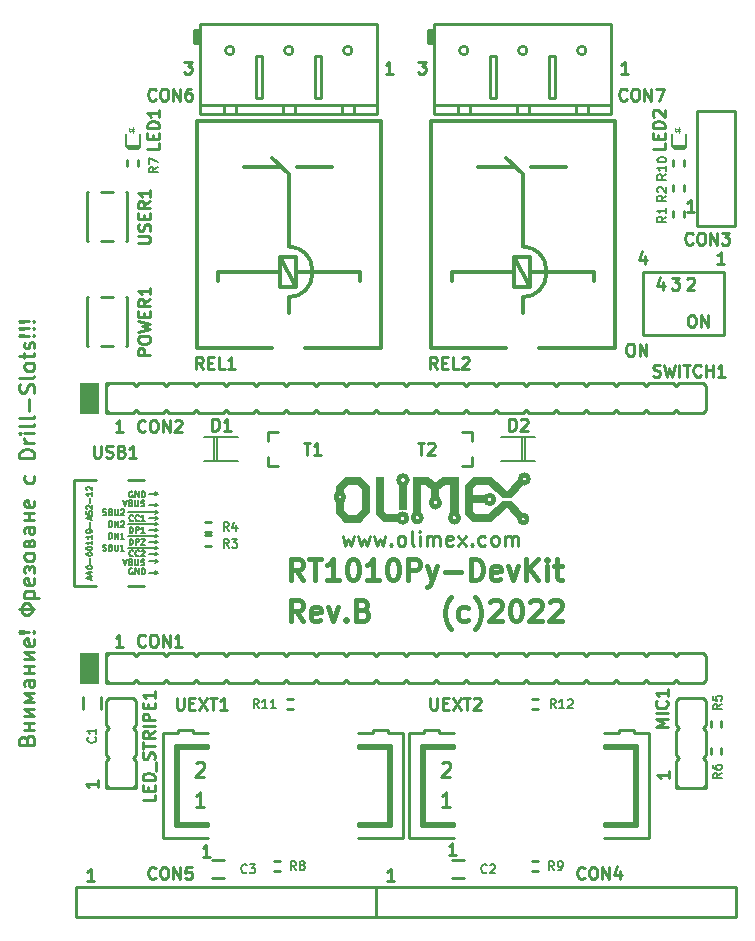
<source format=gbr>
G04 #@! TF.GenerationSoftware,KiCad,Pcbnew,5.1.0-rc2-unknown-036be7d~80~ubuntu16.04.1*
G04 #@! TF.CreationDate,2022-06-17T14:25:57+03:00*
G04 #@! TF.ProjectId,RT1010Py-DevKit_RevB,52543130-3130-4507-992d-4465764b6974,B*
G04 #@! TF.SameCoordinates,Original*
G04 #@! TF.FileFunction,Legend,Top*
G04 #@! TF.FilePolarity,Positive*
%FSLAX46Y46*%
G04 Gerber Fmt 4.6, Leading zero omitted, Abs format (unit mm)*
G04 Created by KiCad (PCBNEW 5.1.0-rc2-unknown-036be7d~80~ubuntu16.04.1) date 2022-06-17 14:25:57*
%MOMM*%
%LPD*%
G04 APERTURE LIST*
%ADD10C,0.254000*%
%ADD11C,0.100000*%
%ADD12C,0.381000*%
%ADD13C,0.400000*%
%ADD14C,0.700000*%
%ADD15C,0.500000*%
%ADD16C,0.300000*%
%ADD17C,0.127000*%
%ADD18C,0.050000*%
%ADD19C,0.150000*%
%ADD20C,0.200000*%
%ADD21C,0.190500*%
G04 APERTURE END LIST*
D10*
X78274333Y-63324619D02*
X78903285Y-63324619D01*
X78564619Y-63711666D01*
X78709761Y-63711666D01*
X78806523Y-63760047D01*
X78854904Y-63808428D01*
X78903285Y-63905190D01*
X78903285Y-64147095D01*
X78854904Y-64243857D01*
X78806523Y-64292238D01*
X78709761Y-64340619D01*
X78419476Y-64340619D01*
X78322714Y-64292238D01*
X78274333Y-64243857D01*
X98086333Y-63324619D02*
X98715285Y-63324619D01*
X98376619Y-63711666D01*
X98521761Y-63711666D01*
X98618523Y-63760047D01*
X98666904Y-63808428D01*
X98715285Y-63905190D01*
X98715285Y-64147095D01*
X98666904Y-64243857D01*
X98618523Y-64292238D01*
X98521761Y-64340619D01*
X98231476Y-64340619D01*
X98134714Y-64292238D01*
X98086333Y-64243857D01*
X95921285Y-64340619D02*
X95340714Y-64340619D01*
X95631000Y-64340619D02*
X95631000Y-63324619D01*
X95534238Y-63469761D01*
X95437476Y-63566523D01*
X95340714Y-63614904D01*
X115860285Y-64340619D02*
X115279714Y-64340619D01*
X115570000Y-64340619D02*
X115570000Y-63324619D01*
X115473238Y-63469761D01*
X115376476Y-63566523D01*
X115279714Y-63614904D01*
D11*
G36*
X70993000Y-93091000D02*
G01*
X69469000Y-93091000D01*
X69469000Y-90551000D01*
X70993000Y-90551000D01*
X70993000Y-93091000D01*
G37*
X70993000Y-93091000D02*
X69469000Y-93091000D01*
X69469000Y-90551000D01*
X70993000Y-90551000D01*
X70993000Y-93091000D01*
G36*
X70993000Y-115951000D02*
G01*
X69469000Y-115951000D01*
X69469000Y-113411000D01*
X70993000Y-113411000D01*
X70993000Y-115951000D01*
G37*
X70993000Y-115951000D02*
X69469000Y-115951000D01*
X69469000Y-113411000D01*
X70993000Y-113411000D01*
X70993000Y-115951000D01*
D10*
X121448285Y-76024619D02*
X120867714Y-76024619D01*
X121158000Y-76024619D02*
X121158000Y-75008619D01*
X121061238Y-75153761D01*
X120964476Y-75250523D01*
X120867714Y-75298904D01*
X119331619Y-123407714D02*
X119331619Y-123988285D01*
X119331619Y-123698000D02*
X118315619Y-123698000D01*
X118460761Y-123794761D01*
X118557523Y-123891523D01*
X118605904Y-123988285D01*
X70944619Y-124169714D02*
X70944619Y-124750285D01*
X70944619Y-124460000D02*
X69928619Y-124460000D01*
X70073761Y-124556761D01*
X70170523Y-124653523D01*
X70218904Y-124750285D01*
X73061285Y-112854619D02*
X72480714Y-112854619D01*
X72771000Y-112854619D02*
X72771000Y-111838619D01*
X72674238Y-111983761D01*
X72577476Y-112080523D01*
X72480714Y-112128904D01*
X73061285Y-94693619D02*
X72480714Y-94693619D01*
X72771000Y-94693619D02*
X72771000Y-93677619D01*
X72674238Y-93822761D01*
X72577476Y-93919523D01*
X72480714Y-93967904D01*
D12*
X88349666Y-110659333D02*
X87757000Y-109812666D01*
X87333666Y-110659333D02*
X87333666Y-108881333D01*
X88011000Y-108881333D01*
X88180333Y-108966000D01*
X88265000Y-109050666D01*
X88349666Y-109220000D01*
X88349666Y-109474000D01*
X88265000Y-109643333D01*
X88180333Y-109728000D01*
X88011000Y-109812666D01*
X87333666Y-109812666D01*
X89789000Y-110574666D02*
X89619666Y-110659333D01*
X89281000Y-110659333D01*
X89111666Y-110574666D01*
X89027000Y-110405333D01*
X89027000Y-109728000D01*
X89111666Y-109558666D01*
X89281000Y-109474000D01*
X89619666Y-109474000D01*
X89789000Y-109558666D01*
X89873666Y-109728000D01*
X89873666Y-109897333D01*
X89027000Y-110066666D01*
X90466333Y-109474000D02*
X90889666Y-110659333D01*
X91313000Y-109474000D01*
X91990333Y-110490000D02*
X92075000Y-110574666D01*
X91990333Y-110659333D01*
X91905666Y-110574666D01*
X91990333Y-110490000D01*
X91990333Y-110659333D01*
X93429666Y-109728000D02*
X93683666Y-109812666D01*
X93768333Y-109897333D01*
X93853000Y-110066666D01*
X93853000Y-110320666D01*
X93768333Y-110490000D01*
X93683666Y-110574666D01*
X93514333Y-110659333D01*
X92837000Y-110659333D01*
X92837000Y-108881333D01*
X93429666Y-108881333D01*
X93599000Y-108966000D01*
X93683666Y-109050666D01*
X93768333Y-109220000D01*
X93768333Y-109389333D01*
X93683666Y-109558666D01*
X93599000Y-109643333D01*
X93429666Y-109728000D01*
X92837000Y-109728000D01*
D10*
X96048285Y-132666619D02*
X95467714Y-132666619D01*
X95758000Y-132666619D02*
X95758000Y-131650619D01*
X95661238Y-131795761D01*
X95564476Y-131892523D01*
X95467714Y-131940904D01*
X101255285Y-130507619D02*
X100674714Y-130507619D01*
X100965000Y-130507619D02*
X100965000Y-129491619D01*
X100868238Y-129636761D01*
X100771476Y-129733523D01*
X100674714Y-129781904D01*
X70648285Y-132666619D02*
X70067714Y-132666619D01*
X70358000Y-132666619D02*
X70358000Y-131650619D01*
X70261238Y-131795761D01*
X70164476Y-131892523D01*
X70067714Y-131940904D01*
X80427285Y-130634619D02*
X79846714Y-130634619D01*
X80137000Y-130634619D02*
X80137000Y-129618619D01*
X80040238Y-129763761D01*
X79943476Y-129860523D01*
X79846714Y-129908904D01*
X91687952Y-103486857D02*
X91929857Y-104333523D01*
X92171761Y-103728761D01*
X92413666Y-104333523D01*
X92655571Y-103486857D01*
X93018428Y-103486857D02*
X93260333Y-104333523D01*
X93502238Y-103728761D01*
X93744142Y-104333523D01*
X93986047Y-103486857D01*
X94348904Y-103486857D02*
X94590809Y-104333523D01*
X94832714Y-103728761D01*
X95074619Y-104333523D01*
X95316523Y-103486857D01*
X95800333Y-104212571D02*
X95860809Y-104273047D01*
X95800333Y-104333523D01*
X95739857Y-104273047D01*
X95800333Y-104212571D01*
X95800333Y-104333523D01*
X96586523Y-104333523D02*
X96465571Y-104273047D01*
X96405095Y-104212571D01*
X96344619Y-104091619D01*
X96344619Y-103728761D01*
X96405095Y-103607809D01*
X96465571Y-103547333D01*
X96586523Y-103486857D01*
X96767952Y-103486857D01*
X96888904Y-103547333D01*
X96949380Y-103607809D01*
X97009857Y-103728761D01*
X97009857Y-104091619D01*
X96949380Y-104212571D01*
X96888904Y-104273047D01*
X96767952Y-104333523D01*
X96586523Y-104333523D01*
X97735571Y-104333523D02*
X97614619Y-104273047D01*
X97554142Y-104152095D01*
X97554142Y-103063523D01*
X98219380Y-104333523D02*
X98219380Y-103486857D01*
X98219380Y-103063523D02*
X98158904Y-103124000D01*
X98219380Y-103184476D01*
X98279857Y-103124000D01*
X98219380Y-103063523D01*
X98219380Y-103184476D01*
X98824142Y-104333523D02*
X98824142Y-103486857D01*
X98824142Y-103607809D02*
X98884619Y-103547333D01*
X99005571Y-103486857D01*
X99187000Y-103486857D01*
X99307952Y-103547333D01*
X99368428Y-103668285D01*
X99368428Y-104333523D01*
X99368428Y-103668285D02*
X99428904Y-103547333D01*
X99549857Y-103486857D01*
X99731285Y-103486857D01*
X99852238Y-103547333D01*
X99912714Y-103668285D01*
X99912714Y-104333523D01*
X101001285Y-104273047D02*
X100880333Y-104333523D01*
X100638428Y-104333523D01*
X100517476Y-104273047D01*
X100457000Y-104152095D01*
X100457000Y-103668285D01*
X100517476Y-103547333D01*
X100638428Y-103486857D01*
X100880333Y-103486857D01*
X101001285Y-103547333D01*
X101061761Y-103668285D01*
X101061761Y-103789238D01*
X100457000Y-103910190D01*
X101485095Y-104333523D02*
X102150333Y-103486857D01*
X101485095Y-103486857D02*
X102150333Y-104333523D01*
X102634142Y-104212571D02*
X102694619Y-104273047D01*
X102634142Y-104333523D01*
X102573666Y-104273047D01*
X102634142Y-104212571D01*
X102634142Y-104333523D01*
X103783190Y-104273047D02*
X103662238Y-104333523D01*
X103420333Y-104333523D01*
X103299380Y-104273047D01*
X103238904Y-104212571D01*
X103178428Y-104091619D01*
X103178428Y-103728761D01*
X103238904Y-103607809D01*
X103299380Y-103547333D01*
X103420333Y-103486857D01*
X103662238Y-103486857D01*
X103783190Y-103547333D01*
X104508904Y-104333523D02*
X104387952Y-104273047D01*
X104327476Y-104212571D01*
X104267000Y-104091619D01*
X104267000Y-103728761D01*
X104327476Y-103607809D01*
X104387952Y-103547333D01*
X104508904Y-103486857D01*
X104690333Y-103486857D01*
X104811285Y-103547333D01*
X104871761Y-103607809D01*
X104932238Y-103728761D01*
X104932238Y-104091619D01*
X104871761Y-104212571D01*
X104811285Y-104273047D01*
X104690333Y-104333523D01*
X104508904Y-104333523D01*
X105476523Y-104333523D02*
X105476523Y-103486857D01*
X105476523Y-103607809D02*
X105537000Y-103547333D01*
X105657952Y-103486857D01*
X105839380Y-103486857D01*
X105960333Y-103547333D01*
X106020809Y-103668285D01*
X106020809Y-104333523D01*
X106020809Y-103668285D02*
X106081285Y-103547333D01*
X106202238Y-103486857D01*
X106383666Y-103486857D01*
X106504619Y-103547333D01*
X106565095Y-103668285D01*
X106565095Y-104333523D01*
D12*
X88349666Y-107230333D02*
X87757000Y-106383666D01*
X87333666Y-107230333D02*
X87333666Y-105452333D01*
X88011000Y-105452333D01*
X88180333Y-105537000D01*
X88265000Y-105621666D01*
X88349666Y-105791000D01*
X88349666Y-106045000D01*
X88265000Y-106214333D01*
X88180333Y-106299000D01*
X88011000Y-106383666D01*
X87333666Y-106383666D01*
X88857666Y-105452333D02*
X89873666Y-105452333D01*
X89365666Y-107230333D02*
X89365666Y-105452333D01*
X91397666Y-107230333D02*
X90381666Y-107230333D01*
X90889666Y-107230333D02*
X90889666Y-105452333D01*
X90720333Y-105706333D01*
X90551000Y-105875666D01*
X90381666Y-105960333D01*
X92498333Y-105452333D02*
X92667666Y-105452333D01*
X92837000Y-105537000D01*
X92921666Y-105621666D01*
X93006333Y-105791000D01*
X93091000Y-106129666D01*
X93091000Y-106553000D01*
X93006333Y-106891666D01*
X92921666Y-107061000D01*
X92837000Y-107145666D01*
X92667666Y-107230333D01*
X92498333Y-107230333D01*
X92329000Y-107145666D01*
X92244333Y-107061000D01*
X92159666Y-106891666D01*
X92075000Y-106553000D01*
X92075000Y-106129666D01*
X92159666Y-105791000D01*
X92244333Y-105621666D01*
X92329000Y-105537000D01*
X92498333Y-105452333D01*
X94784333Y-107230333D02*
X93768333Y-107230333D01*
X94276333Y-107230333D02*
X94276333Y-105452333D01*
X94107000Y-105706333D01*
X93937666Y-105875666D01*
X93768333Y-105960333D01*
X95885000Y-105452333D02*
X96054333Y-105452333D01*
X96223666Y-105537000D01*
X96308333Y-105621666D01*
X96393000Y-105791000D01*
X96477666Y-106129666D01*
X96477666Y-106553000D01*
X96393000Y-106891666D01*
X96308333Y-107061000D01*
X96223666Y-107145666D01*
X96054333Y-107230333D01*
X95885000Y-107230333D01*
X95715666Y-107145666D01*
X95631000Y-107061000D01*
X95546333Y-106891666D01*
X95461666Y-106553000D01*
X95461666Y-106129666D01*
X95546333Y-105791000D01*
X95631000Y-105621666D01*
X95715666Y-105537000D01*
X95885000Y-105452333D01*
X97239666Y-107230333D02*
X97239666Y-105452333D01*
X97917000Y-105452333D01*
X98086333Y-105537000D01*
X98171000Y-105621666D01*
X98255666Y-105791000D01*
X98255666Y-106045000D01*
X98171000Y-106214333D01*
X98086333Y-106299000D01*
X97917000Y-106383666D01*
X97239666Y-106383666D01*
X98848333Y-106045000D02*
X99271666Y-107230333D01*
X99695000Y-106045000D02*
X99271666Y-107230333D01*
X99102333Y-107653666D01*
X99017666Y-107738333D01*
X98848333Y-107823000D01*
X100372333Y-106553000D02*
X101727000Y-106553000D01*
X102573666Y-107230333D02*
X102573666Y-105452333D01*
X102997000Y-105452333D01*
X103251000Y-105537000D01*
X103420333Y-105706333D01*
X103505000Y-105875666D01*
X103589666Y-106214333D01*
X103589666Y-106468333D01*
X103505000Y-106807000D01*
X103420333Y-106976333D01*
X103251000Y-107145666D01*
X102997000Y-107230333D01*
X102573666Y-107230333D01*
X105029000Y-107145666D02*
X104859666Y-107230333D01*
X104521000Y-107230333D01*
X104351666Y-107145666D01*
X104267000Y-106976333D01*
X104267000Y-106299000D01*
X104351666Y-106129666D01*
X104521000Y-106045000D01*
X104859666Y-106045000D01*
X105029000Y-106129666D01*
X105113666Y-106299000D01*
X105113666Y-106468333D01*
X104267000Y-106637666D01*
X105706333Y-106045000D02*
X106129666Y-107230333D01*
X106553000Y-106045000D01*
X107230333Y-107230333D02*
X107230333Y-105452333D01*
X108246333Y-107230333D02*
X107484333Y-106214333D01*
X108246333Y-105452333D02*
X107230333Y-106468333D01*
X109008333Y-107230333D02*
X109008333Y-106045000D01*
X109008333Y-105452333D02*
X108923666Y-105537000D01*
X109008333Y-105621666D01*
X109093000Y-105537000D01*
X109008333Y-105452333D01*
X109008333Y-105621666D01*
X109601000Y-106045000D02*
X110278333Y-106045000D01*
X109855000Y-105452333D02*
X109855000Y-106976333D01*
X109939666Y-107145666D01*
X110109000Y-107230333D01*
X110278333Y-107230333D01*
X100880333Y-111336666D02*
X100795666Y-111252000D01*
X100626333Y-110998000D01*
X100541666Y-110828666D01*
X100457000Y-110574666D01*
X100372333Y-110151333D01*
X100372333Y-109812666D01*
X100457000Y-109389333D01*
X100541666Y-109135333D01*
X100626333Y-108966000D01*
X100795666Y-108712000D01*
X100880333Y-108627333D01*
X102319666Y-110574666D02*
X102150333Y-110659333D01*
X101811666Y-110659333D01*
X101642333Y-110574666D01*
X101557666Y-110490000D01*
X101473000Y-110320666D01*
X101473000Y-109812666D01*
X101557666Y-109643333D01*
X101642333Y-109558666D01*
X101811666Y-109474000D01*
X102150333Y-109474000D01*
X102319666Y-109558666D01*
X102912333Y-111336666D02*
X102997000Y-111252000D01*
X103166333Y-110998000D01*
X103251000Y-110828666D01*
X103335666Y-110574666D01*
X103420333Y-110151333D01*
X103420333Y-109812666D01*
X103335666Y-109389333D01*
X103251000Y-109135333D01*
X103166333Y-108966000D01*
X102997000Y-108712000D01*
X102912333Y-108627333D01*
X104182333Y-109050666D02*
X104267000Y-108966000D01*
X104436333Y-108881333D01*
X104859666Y-108881333D01*
X105029000Y-108966000D01*
X105113666Y-109050666D01*
X105198333Y-109220000D01*
X105198333Y-109389333D01*
X105113666Y-109643333D01*
X104097666Y-110659333D01*
X105198333Y-110659333D01*
X106299000Y-108881333D02*
X106468333Y-108881333D01*
X106637666Y-108966000D01*
X106722333Y-109050666D01*
X106807000Y-109220000D01*
X106891666Y-109558666D01*
X106891666Y-109982000D01*
X106807000Y-110320666D01*
X106722333Y-110490000D01*
X106637666Y-110574666D01*
X106468333Y-110659333D01*
X106299000Y-110659333D01*
X106129666Y-110574666D01*
X106045000Y-110490000D01*
X105960333Y-110320666D01*
X105875666Y-109982000D01*
X105875666Y-109558666D01*
X105960333Y-109220000D01*
X106045000Y-109050666D01*
X106129666Y-108966000D01*
X106299000Y-108881333D01*
X107569000Y-109050666D02*
X107653666Y-108966000D01*
X107823000Y-108881333D01*
X108246333Y-108881333D01*
X108415666Y-108966000D01*
X108500333Y-109050666D01*
X108585000Y-109220000D01*
X108585000Y-109389333D01*
X108500333Y-109643333D01*
X107484333Y-110659333D01*
X108585000Y-110659333D01*
X109262333Y-109050666D02*
X109347000Y-108966000D01*
X109516333Y-108881333D01*
X109939666Y-108881333D01*
X110109000Y-108966000D01*
X110193666Y-109050666D01*
X110278333Y-109220000D01*
X110278333Y-109389333D01*
X110193666Y-109643333D01*
X109177666Y-110659333D01*
X110278333Y-110659333D01*
D10*
X107950000Y-118173500D02*
X107696000Y-118173500D01*
X107950000Y-118173500D02*
X108204000Y-118173500D01*
X107950000Y-117284500D02*
X108204000Y-117284500D01*
X107950000Y-117284500D02*
X107696000Y-117284500D01*
D13*
X91790147Y-100203000D02*
G75*
G03X91790147Y-100203000I-337447J0D01*
G01*
D14*
X91440000Y-99428300D02*
X91948000Y-98920300D01*
X93040200Y-98844100D02*
X93675200Y-99453700D01*
X93649800Y-101409500D02*
X93091000Y-101993700D01*
X95275400Y-102006400D02*
X94818200Y-101549200D01*
X96261200Y-102006400D02*
X95275400Y-102006400D01*
D13*
X97140324Y-101981000D02*
G75*
G03X97140324Y-101981000I-366324J0D01*
G01*
D14*
X96774000Y-99288600D02*
X96774000Y-100888800D01*
D13*
X97160218Y-98755200D02*
G75*
G03X97160218Y-98755200I-373518J0D01*
G01*
X98365559Y-101955600D02*
G75*
G03X98365559Y-101955600I-359659J0D01*
G01*
D14*
X97993200Y-101447600D02*
X97993200Y-98856800D01*
X97993200Y-98856800D02*
X98831400Y-98856800D01*
X98831400Y-98856800D02*
X99441000Y-99364800D01*
X99542600Y-100152200D02*
X99542600Y-99441000D01*
X99618800Y-99364800D02*
X100253800Y-98856800D01*
D13*
X99913518Y-100685600D02*
G75*
G03X99913518Y-100685600I-370918J0D01*
G01*
D14*
X100253800Y-98856800D02*
X101142800Y-98856800D01*
D13*
X101518729Y-101968300D02*
G75*
G03X101518729Y-101968300I-363229J0D01*
G01*
X107314266Y-102057200D02*
G75*
G03X107314266Y-102057200I-329466J0D01*
G01*
D14*
X106654600Y-101701600D02*
X105816400Y-100888800D01*
D15*
X105308400Y-100787200D02*
X105841800Y-100787200D01*
D14*
X104165400Y-102006400D02*
X105308400Y-100888800D01*
X102844600Y-102006400D02*
X104165400Y-102006400D01*
X102412800Y-101574600D02*
X102844600Y-102006400D01*
X102412800Y-99339400D02*
X102412800Y-101574600D01*
X102412800Y-99314000D02*
X102895400Y-98806000D01*
X102943500Y-98831400D02*
X104165400Y-98831400D01*
X104165400Y-98831400D02*
X105257600Y-99898200D01*
D15*
X105283000Y-100012500D02*
X105841800Y-100012500D01*
D14*
X106705400Y-99021900D02*
X105841800Y-99915600D01*
D13*
X107433135Y-98666300D02*
G75*
G03X107433135Y-98666300I-359435J0D01*
G01*
D14*
X103632000Y-100406200D02*
X102412800Y-100406200D01*
D13*
X104499659Y-100406200D02*
G75*
G03X104499659Y-100406200I-359659J0D01*
G01*
D14*
X92011500Y-102019100D02*
X93052900Y-102019100D01*
X91452700Y-101460300D02*
X91452700Y-100698300D01*
X91440000Y-101447600D02*
X92024200Y-102019100D01*
X91440000Y-99479100D02*
X91440000Y-99720400D01*
X93662500Y-99441000D02*
X93662500Y-101371400D01*
X93040200Y-98831400D02*
X92036900Y-98831400D01*
X101155500Y-98844100D02*
X101155500Y-101447600D01*
X94818200Y-101561900D02*
X94818200Y-98831400D01*
D11*
X94818200Y-98488500D02*
X94538800Y-98488500D01*
X94513400Y-98488500D02*
X94513400Y-101638100D01*
X94526100Y-98488500D02*
X94513400Y-98488500D01*
X94538800Y-98488500D02*
X94526100Y-98488500D01*
X94653100Y-98577400D02*
X94589600Y-98564700D01*
X95135700Y-98488500D02*
X95135700Y-101523800D01*
X94830900Y-98488500D02*
X95135700Y-98488500D01*
X94957900Y-98564700D02*
X95072200Y-98564700D01*
X96456500Y-99174300D02*
X96456500Y-101193600D01*
X97091500Y-101193600D02*
X97091500Y-99174300D01*
X97066100Y-101193600D02*
X97091500Y-101193600D01*
X96456500Y-101193600D02*
X97066100Y-101193600D01*
X96596200Y-101130100D02*
X96532700Y-101130100D01*
X96939100Y-101130100D02*
X97028000Y-101130100D01*
X97675700Y-101536500D02*
X97675700Y-98552000D01*
X98920300Y-98539300D02*
X99504500Y-99021900D01*
X97675700Y-98539300D02*
X98920300Y-98539300D01*
X97828100Y-98602800D02*
X97751900Y-98602800D01*
X101485700Y-101561900D02*
X101485700Y-98552000D01*
X100164900Y-98539300D02*
X99542600Y-99034600D01*
X100190300Y-98539300D02*
X100164900Y-98539300D01*
X101485700Y-98539300D02*
X100190300Y-98539300D01*
X101485700Y-98552000D02*
X101485700Y-98539300D01*
X101333300Y-98615500D02*
X101434900Y-98615500D01*
X104279700Y-98501200D02*
X105537000Y-99745800D01*
X104228900Y-98501200D02*
X104279700Y-98501200D01*
X102857300Y-98501200D02*
X104228900Y-98501200D01*
D10*
X116078000Y-121285000D02*
X116586000Y-121285000D01*
X116205000Y-127889000D02*
X116459000Y-127889000D01*
X98806000Y-127889000D02*
X98425000Y-127889000D01*
X98806000Y-121285000D02*
X98425000Y-121285000D01*
X98552000Y-121412000D02*
X101092000Y-121412000D01*
X113792000Y-121412000D02*
X116332000Y-121412000D01*
X116332000Y-127762000D02*
X116332000Y-121412000D01*
X98552000Y-121412000D02*
X98552000Y-127762000D01*
X97282000Y-120142000D02*
X98552000Y-120142000D01*
X117602000Y-129032000D02*
X113792000Y-129032000D01*
X117602000Y-129032000D02*
X117602000Y-120142000D01*
X97282000Y-120142000D02*
X97282000Y-129032000D01*
X116332000Y-127762000D02*
X113792000Y-127762000D01*
X101092000Y-127762000D02*
X98552000Y-127762000D01*
X116332000Y-120142000D02*
X116332000Y-119888000D01*
X116332000Y-119888000D02*
X115062000Y-119888000D01*
X115062000Y-120142000D02*
X115062000Y-119888000D01*
X116332000Y-120142000D02*
X117602000Y-120142000D01*
X113792000Y-120142000D02*
X115062000Y-120142000D01*
X99822000Y-119888000D02*
X98552000Y-119888000D01*
X98552000Y-119888000D02*
X98552000Y-120142000D01*
X99822000Y-119888000D02*
X99822000Y-120142000D01*
X99822000Y-120142000D02*
X101092000Y-120142000D01*
X113792000Y-128016000D02*
X116586000Y-128016000D01*
X116586000Y-128016000D02*
X116586000Y-121158000D01*
X116586000Y-121158000D02*
X113792000Y-121158000D01*
X101092000Y-121158000D02*
X98298000Y-121158000D01*
X98298000Y-121158000D02*
X98298000Y-128016000D01*
X98298000Y-128016000D02*
X101092000Y-128016000D01*
X101092000Y-129032000D02*
X97282000Y-129032000D01*
X113792000Y-121412000D02*
X113792000Y-121158000D01*
X113792000Y-128016000D02*
X113792000Y-127762000D01*
X101092000Y-128016000D02*
X101092000Y-127762000D01*
X101092000Y-121412000D02*
X101092000Y-121158000D01*
X95250000Y-121285000D02*
X95758000Y-121285000D01*
X95377000Y-127889000D02*
X95631000Y-127889000D01*
X77978000Y-127889000D02*
X77597000Y-127889000D01*
X77978000Y-121285000D02*
X77597000Y-121285000D01*
X77724000Y-121412000D02*
X80264000Y-121412000D01*
X92964000Y-121412000D02*
X95504000Y-121412000D01*
X95504000Y-127762000D02*
X95504000Y-121412000D01*
X77724000Y-121412000D02*
X77724000Y-127762000D01*
X76454000Y-120142000D02*
X77724000Y-120142000D01*
X96774000Y-129032000D02*
X92964000Y-129032000D01*
X96774000Y-129032000D02*
X96774000Y-120142000D01*
X76454000Y-120142000D02*
X76454000Y-129032000D01*
X95504000Y-127762000D02*
X92964000Y-127762000D01*
X80264000Y-127762000D02*
X77724000Y-127762000D01*
X95504000Y-120142000D02*
X95504000Y-119888000D01*
X95504000Y-119888000D02*
X94234000Y-119888000D01*
X94234000Y-120142000D02*
X94234000Y-119888000D01*
X95504000Y-120142000D02*
X96774000Y-120142000D01*
X92964000Y-120142000D02*
X94234000Y-120142000D01*
X78994000Y-119888000D02*
X77724000Y-119888000D01*
X77724000Y-119888000D02*
X77724000Y-120142000D01*
X78994000Y-119888000D02*
X78994000Y-120142000D01*
X78994000Y-120142000D02*
X80264000Y-120142000D01*
X92964000Y-128016000D02*
X95758000Y-128016000D01*
X95758000Y-128016000D02*
X95758000Y-121158000D01*
X95758000Y-121158000D02*
X92964000Y-121158000D01*
X80264000Y-121158000D02*
X77470000Y-121158000D01*
X77470000Y-121158000D02*
X77470000Y-128016000D01*
X77470000Y-128016000D02*
X80264000Y-128016000D01*
X80264000Y-129032000D02*
X76454000Y-129032000D01*
X92964000Y-121412000D02*
X92964000Y-121158000D01*
X92964000Y-128016000D02*
X92964000Y-127762000D01*
X80264000Y-128016000D02*
X80264000Y-127762000D01*
X80264000Y-121412000D02*
X80264000Y-121158000D01*
D16*
X106934000Y-83278000D02*
G75*
G03X108934000Y-81278000I0J2000000D01*
G01*
X108934000Y-80978000D02*
G75*
G03X106934000Y-78978000I-2000000J0D01*
G01*
X106934000Y-72878000D02*
X105534000Y-71478000D01*
X106934000Y-78978000D02*
X106934000Y-73078000D01*
X106934000Y-73078000D02*
X106934000Y-72878000D01*
X103134000Y-72278000D02*
X106234000Y-72278000D01*
X110634000Y-72278000D02*
X107634000Y-72278000D01*
X108934000Y-80878000D02*
X108934000Y-81378000D01*
X106934000Y-84578000D02*
X106934000Y-83278000D01*
X106234000Y-79878000D02*
X107534000Y-82378000D01*
X106234000Y-79878000D02*
X106234000Y-82378000D01*
X106234000Y-82378000D02*
X107534000Y-82378000D01*
X107534000Y-82378000D02*
X107534000Y-79878000D01*
X107534000Y-79878000D02*
X106234000Y-79878000D01*
X100934000Y-81178000D02*
X106234000Y-81178000D01*
X112934000Y-81178000D02*
X107534000Y-81178000D01*
X100934000Y-81878000D02*
X100934000Y-81178000D01*
X112934000Y-81878000D02*
X112934000Y-81178000D01*
X105534000Y-87578000D02*
X99134000Y-87578000D01*
X114734000Y-87578000D02*
X108334000Y-87578000D01*
X99134000Y-68378000D02*
X99134000Y-87578000D01*
X114734000Y-87578000D02*
X114734000Y-68378000D01*
X114734000Y-68378000D02*
X99134000Y-68378000D01*
X87122000Y-83278000D02*
G75*
G03X89122000Y-81278000I0J2000000D01*
G01*
X89122000Y-80978000D02*
G75*
G03X87122000Y-78978000I-2000000J0D01*
G01*
X87122000Y-72878000D02*
X85722000Y-71478000D01*
X87122000Y-78978000D02*
X87122000Y-73078000D01*
X87122000Y-73078000D02*
X87122000Y-72878000D01*
X83322000Y-72278000D02*
X86422000Y-72278000D01*
X90822000Y-72278000D02*
X87822000Y-72278000D01*
X89122000Y-80878000D02*
X89122000Y-81378000D01*
X87122000Y-84578000D02*
X87122000Y-83278000D01*
X86422000Y-79878000D02*
X87722000Y-82378000D01*
X86422000Y-79878000D02*
X86422000Y-82378000D01*
X86422000Y-82378000D02*
X87722000Y-82378000D01*
X87722000Y-82378000D02*
X87722000Y-79878000D01*
X87722000Y-79878000D02*
X86422000Y-79878000D01*
X81122000Y-81178000D02*
X86422000Y-81178000D01*
X93122000Y-81178000D02*
X87722000Y-81178000D01*
X81122000Y-81878000D02*
X81122000Y-81178000D01*
X93122000Y-81878000D02*
X93122000Y-81178000D01*
X85722000Y-87578000D02*
X79322000Y-87578000D01*
X94922000Y-87578000D02*
X88522000Y-87578000D01*
X79322000Y-68378000D02*
X79322000Y-87578000D01*
X94922000Y-87578000D02*
X94922000Y-68378000D01*
X94922000Y-68378000D02*
X79322000Y-68378000D01*
D10*
X122872500Y-121666000D02*
X122872500Y-121412000D01*
X122872500Y-121666000D02*
X122872500Y-121920000D01*
X123761500Y-121666000D02*
X123761500Y-121920000D01*
X123761500Y-121666000D02*
X123761500Y-121412000D01*
X123761500Y-119380000D02*
X123761500Y-119634000D01*
X123761500Y-119380000D02*
X123761500Y-119126000D01*
X122872500Y-119380000D02*
X122872500Y-119126000D01*
X122872500Y-119380000D02*
X122872500Y-119634000D01*
X120586500Y-71882000D02*
X120586500Y-72136000D01*
X120586500Y-71882000D02*
X120586500Y-71628000D01*
X119697500Y-71882000D02*
X119697500Y-71628000D01*
X119697500Y-71882000D02*
X119697500Y-72136000D01*
X74358500Y-71882000D02*
X74358500Y-72136000D01*
X74358500Y-71882000D02*
X74358500Y-71628000D01*
X73469500Y-71882000D02*
X73469500Y-71628000D01*
X73469500Y-71882000D02*
X73469500Y-72136000D01*
D17*
X119557800Y-70485000D02*
X119557800Y-69469000D01*
X120777000Y-69469000D02*
X120777000Y-70485000D01*
D11*
X120142000Y-68828000D02*
X120142000Y-69348000D01*
X120252000Y-68998000D02*
X120032000Y-68998000D01*
X120252000Y-68998000D02*
X120152000Y-69108000D01*
X120032000Y-68998000D02*
X120132000Y-69098000D01*
X120252000Y-69188000D02*
X120032000Y-69188000D01*
D18*
X119896400Y-69265800D02*
X119786400Y-69135800D01*
X119787400Y-69134200D02*
X119797400Y-69214200D01*
X119787400Y-69134200D02*
X119867400Y-69134200D01*
X119787400Y-68918800D02*
X119867400Y-68918800D01*
X119787400Y-68918800D02*
X119797400Y-68998800D01*
X119917400Y-69058800D02*
X119807400Y-68928800D01*
D10*
X120713500Y-70497700D02*
X120586500Y-70650100D01*
X119621300Y-70497700D02*
X119748300Y-70637400D01*
X120586500Y-70650100D02*
X119761000Y-70650100D01*
X119659400Y-70485000D02*
X120700800Y-70485000D01*
D17*
X73329800Y-70485000D02*
X73329800Y-69469000D01*
X74549000Y-69469000D02*
X74549000Y-70485000D01*
D11*
X73914000Y-68828000D02*
X73914000Y-69348000D01*
X74024000Y-68998000D02*
X73804000Y-68998000D01*
X74024000Y-68998000D02*
X73924000Y-69108000D01*
X73804000Y-68998000D02*
X73904000Y-69098000D01*
X74024000Y-69188000D02*
X73804000Y-69188000D01*
D18*
X73668400Y-69265800D02*
X73558400Y-69135800D01*
X73559400Y-69134200D02*
X73569400Y-69214200D01*
X73559400Y-69134200D02*
X73639400Y-69134200D01*
X73559400Y-68918800D02*
X73639400Y-68918800D01*
X73559400Y-68918800D02*
X73569400Y-68998800D01*
X73689400Y-69058800D02*
X73579400Y-68928800D01*
D10*
X74485500Y-70497700D02*
X74358500Y-70650100D01*
X73393300Y-70497700D02*
X73520300Y-70637400D01*
X74358500Y-70650100D02*
X73533000Y-70650100D01*
X73431400Y-70485000D02*
X74472800Y-70485000D01*
D19*
X106908600Y-97155000D02*
X106908600Y-95173800D01*
X107162600Y-97155000D02*
X107162600Y-95123000D01*
X105103000Y-95089000D02*
X108003000Y-95089000D01*
X108003000Y-97189000D02*
X105103000Y-97189000D01*
X81051400Y-95123000D02*
X81051400Y-97104200D01*
X80797400Y-95123000D02*
X80797400Y-97155000D01*
X82857000Y-97189000D02*
X79957000Y-97189000D01*
X79957000Y-95089000D02*
X82857000Y-95089000D01*
D20*
G36*
X98934000Y-60643000D02*
G01*
X99434000Y-60643000D01*
X99434000Y-61743000D01*
X98934000Y-61743000D01*
X98934000Y-60643000D01*
G37*
X98934000Y-60643000D02*
X99434000Y-60643000D01*
X99434000Y-61743000D01*
X98934000Y-61743000D01*
X98934000Y-60643000D01*
D10*
X101434000Y-67043000D02*
X101434000Y-67743000D01*
X102434000Y-67743000D02*
X102434000Y-67043000D01*
X106434000Y-67743000D02*
X106434000Y-67043000D01*
X107434000Y-67743000D02*
X107434000Y-67043000D01*
X111434000Y-67743000D02*
X111434000Y-67043000D01*
X112434000Y-67743000D02*
X112434000Y-67043000D01*
X102293210Y-62393000D02*
G75*
G03X102293210Y-62393000I-359210J0D01*
G01*
X107293210Y-62393000D02*
G75*
G03X107293210Y-62393000I-359210J0D01*
G01*
X112293210Y-62393000D02*
G75*
G03X112293210Y-62393000I-359210J0D01*
G01*
X99434000Y-60143000D02*
X114434000Y-60143000D01*
X114434000Y-67743000D02*
X99434000Y-67743000D01*
X99434000Y-60143000D02*
X99434000Y-67743000D01*
X114434000Y-60143000D02*
X114434000Y-67743000D01*
X114434000Y-67043000D02*
X99434000Y-67043000D01*
X109684000Y-66393000D02*
X109684000Y-62893000D01*
X109684000Y-62893000D02*
X109184000Y-62893000D01*
X109184000Y-62893000D02*
X109184000Y-66393000D01*
X109184000Y-66393000D02*
X109684000Y-66393000D01*
X104184000Y-66393000D02*
X104684000Y-66393000D01*
X104184000Y-62893000D02*
X104184000Y-66393000D01*
X104684000Y-66393000D02*
X104684000Y-62893000D01*
X104684000Y-62893000D02*
X104184000Y-62893000D01*
X99434000Y-61743000D02*
X98934000Y-61743000D01*
X98934000Y-61743000D02*
X98934000Y-60643000D01*
X98934000Y-60643000D02*
X99434000Y-60643000D01*
D20*
G36*
X79122000Y-60643000D02*
G01*
X79622000Y-60643000D01*
X79622000Y-61743000D01*
X79122000Y-61743000D01*
X79122000Y-60643000D01*
G37*
X79122000Y-60643000D02*
X79622000Y-60643000D01*
X79622000Y-61743000D01*
X79122000Y-61743000D01*
X79122000Y-60643000D01*
D10*
X81622000Y-67043000D02*
X81622000Y-67743000D01*
X82622000Y-67743000D02*
X82622000Y-67043000D01*
X86622000Y-67743000D02*
X86622000Y-67043000D01*
X87622000Y-67743000D02*
X87622000Y-67043000D01*
X91622000Y-67743000D02*
X91622000Y-67043000D01*
X92622000Y-67743000D02*
X92622000Y-67043000D01*
X82481210Y-62393000D02*
G75*
G03X82481210Y-62393000I-359210J0D01*
G01*
X87481210Y-62393000D02*
G75*
G03X87481210Y-62393000I-359210J0D01*
G01*
X92481210Y-62393000D02*
G75*
G03X92481210Y-62393000I-359210J0D01*
G01*
X79622000Y-60143000D02*
X94622000Y-60143000D01*
X94622000Y-67743000D02*
X79622000Y-67743000D01*
X79622000Y-60143000D02*
X79622000Y-67743000D01*
X94622000Y-60143000D02*
X94622000Y-67743000D01*
X94622000Y-67043000D02*
X79622000Y-67043000D01*
X89872000Y-66393000D02*
X89872000Y-62893000D01*
X89872000Y-62893000D02*
X89372000Y-62893000D01*
X89372000Y-62893000D02*
X89372000Y-66393000D01*
X89372000Y-66393000D02*
X89872000Y-66393000D01*
X84372000Y-66393000D02*
X84872000Y-66393000D01*
X84372000Y-62893000D02*
X84372000Y-66393000D01*
X84872000Y-66393000D02*
X84872000Y-62893000D01*
X84872000Y-62893000D02*
X84372000Y-62893000D01*
X79622000Y-61743000D02*
X79122000Y-61743000D01*
X79122000Y-61743000D02*
X79122000Y-60643000D01*
X79122000Y-60643000D02*
X79622000Y-60643000D01*
X124968000Y-133223000D02*
X124968000Y-135763000D01*
X94488000Y-133223000D02*
X124968000Y-133223000D01*
X94996000Y-135763000D02*
X94488000Y-135763000D01*
X124968000Y-135763000D02*
X94996000Y-135763000D01*
X94488000Y-133223000D02*
X94488000Y-135763000D01*
X71628000Y-124841000D02*
X71628000Y-124587000D01*
X71628000Y-124587000D02*
X71628000Y-122555000D01*
X71628000Y-122555000D02*
X71882000Y-122301000D01*
X71882000Y-122301000D02*
X71628000Y-122047000D01*
X71628000Y-122047000D02*
X71628000Y-120015000D01*
X71628000Y-120015000D02*
X71882000Y-119761000D01*
X71882000Y-119761000D02*
X71628000Y-119507000D01*
X71628000Y-119507000D02*
X71628000Y-117475000D01*
X71628000Y-117475000D02*
X71882000Y-117221000D01*
X71882000Y-117221000D02*
X73914000Y-117221000D01*
X73914000Y-117221000D02*
X74168000Y-117475000D01*
X74168000Y-117475000D02*
X74168000Y-119507000D01*
X71882000Y-124841000D02*
X71628000Y-124587000D01*
X74168000Y-124587000D02*
X73914000Y-124841000D01*
X74168000Y-124333000D02*
X74168000Y-124841000D01*
X74168000Y-120015000D02*
X74168000Y-122047000D01*
X74168000Y-122047000D02*
X73914000Y-122301000D01*
X73914000Y-122301000D02*
X74168000Y-122555000D01*
X74168000Y-122555000D02*
X74168000Y-124333000D01*
X74168000Y-120015000D02*
X73914000Y-119761000D01*
X73914000Y-119761000D02*
X74168000Y-119507000D01*
X71628000Y-124841000D02*
X74168000Y-124841000D01*
X119888000Y-124841000D02*
X119888000Y-124587000D01*
X119888000Y-124587000D02*
X119888000Y-122555000D01*
X119888000Y-122555000D02*
X120142000Y-122301000D01*
X120142000Y-122301000D02*
X119888000Y-122047000D01*
X119888000Y-122047000D02*
X119888000Y-120015000D01*
X119888000Y-120015000D02*
X120142000Y-119761000D01*
X120142000Y-119761000D02*
X119888000Y-119507000D01*
X119888000Y-119507000D02*
X119888000Y-117475000D01*
X119888000Y-117475000D02*
X120142000Y-117221000D01*
X120142000Y-117221000D02*
X122174000Y-117221000D01*
X122174000Y-117221000D02*
X122428000Y-117475000D01*
X122428000Y-117475000D02*
X122428000Y-119507000D01*
X120142000Y-124841000D02*
X119888000Y-124587000D01*
X122428000Y-124587000D02*
X122174000Y-124841000D01*
X122428000Y-124333000D02*
X122428000Y-124841000D01*
X122428000Y-120015000D02*
X122428000Y-122047000D01*
X122428000Y-122047000D02*
X122174000Y-122301000D01*
X122174000Y-122301000D02*
X122428000Y-122555000D01*
X122428000Y-122555000D02*
X122428000Y-124333000D01*
X122428000Y-120015000D02*
X122174000Y-119761000D01*
X122174000Y-119761000D02*
X122428000Y-119507000D01*
X119888000Y-124841000D02*
X122428000Y-124841000D01*
X71628000Y-90551000D02*
X71628000Y-93091000D01*
X76708000Y-92837000D02*
X76962000Y-93091000D01*
X76454000Y-93091000D02*
X76708000Y-92837000D01*
X73914000Y-93091000D02*
X72136000Y-93091000D01*
X74168000Y-92837000D02*
X73914000Y-93091000D01*
X74422000Y-93091000D02*
X74168000Y-92837000D01*
X76454000Y-93091000D02*
X74422000Y-93091000D01*
X72136000Y-93091000D02*
X71628000Y-93091000D01*
X71882000Y-93091000D02*
X71628000Y-92837000D01*
X71628000Y-90805000D02*
X71882000Y-90551000D01*
X78994000Y-93091000D02*
X76962000Y-93091000D01*
X79248000Y-92837000D02*
X78994000Y-93091000D01*
X82042000Y-93091000D02*
X81788000Y-92837000D01*
X81534000Y-93091000D02*
X79502000Y-93091000D01*
X81788000Y-92837000D02*
X81534000Y-93091000D01*
X81534000Y-90551000D02*
X81788000Y-90805000D01*
X79502000Y-90551000D02*
X81534000Y-90551000D01*
X79248000Y-90805000D02*
X79502000Y-90551000D01*
X78994000Y-90551000D02*
X79248000Y-90805000D01*
X76962000Y-90551000D02*
X78994000Y-90551000D01*
X76708000Y-90805000D02*
X76962000Y-90551000D01*
X76454000Y-90551000D02*
X76708000Y-90805000D01*
X74422000Y-90551000D02*
X76454000Y-90551000D01*
X74168000Y-90805000D02*
X74422000Y-90551000D01*
X73914000Y-90551000D02*
X74168000Y-90805000D01*
X71882000Y-90551000D02*
X73914000Y-90551000D01*
X71628000Y-90551000D02*
X71882000Y-90551000D01*
X81788000Y-90805000D02*
X82042000Y-90551000D01*
X82042000Y-90551000D02*
X84074000Y-90551000D01*
X86614000Y-90551000D02*
X86868000Y-90805000D01*
X84074000Y-93091000D02*
X82042000Y-93091000D01*
X79502000Y-93091000D02*
X79248000Y-92837000D01*
X86868000Y-92837000D02*
X86614000Y-93091000D01*
X84582000Y-90551000D02*
X86614000Y-90551000D01*
X84328000Y-90805000D02*
X84582000Y-90551000D01*
X86614000Y-93091000D02*
X84582000Y-93091000D01*
X84328000Y-92837000D02*
X84074000Y-93091000D01*
X84582000Y-93091000D02*
X84328000Y-92837000D01*
X84074000Y-90551000D02*
X84328000Y-90805000D01*
X86614000Y-90551000D02*
X86868000Y-90805000D01*
X86868000Y-92837000D02*
X86614000Y-93091000D01*
X86614000Y-93091000D02*
X84582000Y-93091000D01*
X84582000Y-90551000D02*
X86614000Y-90551000D01*
X84328000Y-90805000D02*
X84582000Y-90551000D01*
X84582000Y-93091000D02*
X84328000Y-92837000D01*
X89662000Y-93091000D02*
X89408000Y-92837000D01*
X89408000Y-90805000D02*
X89662000Y-90551000D01*
X89662000Y-90551000D02*
X91694000Y-90551000D01*
X91694000Y-93091000D02*
X89662000Y-93091000D01*
X91948000Y-92837000D02*
X91694000Y-93091000D01*
X91694000Y-90551000D02*
X91948000Y-90805000D01*
X89154000Y-90551000D02*
X89408000Y-90805000D01*
X89662000Y-93091000D02*
X89408000Y-92837000D01*
X89408000Y-92837000D02*
X89154000Y-93091000D01*
X91694000Y-93091000D02*
X89662000Y-93091000D01*
X89408000Y-90805000D02*
X89662000Y-90551000D01*
X89662000Y-90551000D02*
X91694000Y-90551000D01*
X91948000Y-92837000D02*
X91694000Y-93091000D01*
X89154000Y-93091000D02*
X87122000Y-93091000D01*
X91694000Y-90551000D02*
X91948000Y-90805000D01*
X87122000Y-90551000D02*
X89154000Y-90551000D01*
X86868000Y-90805000D02*
X87122000Y-90551000D01*
X87122000Y-93091000D02*
X86868000Y-92837000D01*
X92202000Y-93091000D02*
X91948000Y-92837000D01*
X91948000Y-90805000D02*
X92202000Y-90551000D01*
X92202000Y-90551000D02*
X94234000Y-90551000D01*
X96774000Y-90551000D02*
X97028000Y-90805000D01*
X94234000Y-93091000D02*
X92202000Y-93091000D01*
X97028000Y-92837000D02*
X96774000Y-93091000D01*
X94742000Y-90551000D02*
X96774000Y-90551000D01*
X94488000Y-90805000D02*
X94742000Y-90551000D01*
X96774000Y-93091000D02*
X94742000Y-93091000D01*
X94488000Y-92837000D02*
X94234000Y-93091000D01*
X94742000Y-93091000D02*
X94488000Y-92837000D01*
X94234000Y-90551000D02*
X94488000Y-90805000D01*
X96774000Y-90551000D02*
X97028000Y-90805000D01*
X97028000Y-92837000D02*
X96774000Y-93091000D01*
X96774000Y-93091000D02*
X94742000Y-93091000D01*
X94742000Y-90551000D02*
X96774000Y-90551000D01*
X94488000Y-90805000D02*
X94742000Y-90551000D01*
X94742000Y-93091000D02*
X94488000Y-92837000D01*
X99822000Y-93091000D02*
X99568000Y-92837000D01*
X99568000Y-90805000D02*
X99822000Y-90551000D01*
X99822000Y-90551000D02*
X101854000Y-90551000D01*
X101854000Y-93091000D02*
X99822000Y-93091000D01*
X102108000Y-92837000D02*
X101854000Y-93091000D01*
X101854000Y-90551000D02*
X102108000Y-90805000D01*
X99314000Y-90551000D02*
X99568000Y-90805000D01*
X99822000Y-93091000D02*
X99568000Y-92837000D01*
X99568000Y-92837000D02*
X99314000Y-93091000D01*
X101854000Y-93091000D02*
X99822000Y-93091000D01*
X99568000Y-90805000D02*
X99822000Y-90551000D01*
X99822000Y-90551000D02*
X101854000Y-90551000D01*
X102108000Y-92837000D02*
X101854000Y-93091000D01*
X99314000Y-93091000D02*
X97282000Y-93091000D01*
X101854000Y-90551000D02*
X102108000Y-90805000D01*
X97282000Y-90551000D02*
X99314000Y-90551000D01*
X97028000Y-90805000D02*
X97282000Y-90551000D01*
X97282000Y-93091000D02*
X97028000Y-92837000D01*
X102362000Y-93091000D02*
X102108000Y-92837000D01*
X102108000Y-90805000D02*
X102362000Y-90551000D01*
X102362000Y-90551000D02*
X104394000Y-90551000D01*
X106934000Y-90551000D02*
X107188000Y-90805000D01*
X104394000Y-93091000D02*
X102362000Y-93091000D01*
X107188000Y-92837000D02*
X106934000Y-93091000D01*
X104902000Y-90551000D02*
X106934000Y-90551000D01*
X104648000Y-90805000D02*
X104902000Y-90551000D01*
X106934000Y-93091000D02*
X104902000Y-93091000D01*
X104648000Y-92837000D02*
X104394000Y-93091000D01*
X104902000Y-93091000D02*
X104648000Y-92837000D01*
X104394000Y-90551000D02*
X104648000Y-90805000D01*
X106934000Y-90551000D02*
X107188000Y-90805000D01*
X107188000Y-92837000D02*
X106934000Y-93091000D01*
X106934000Y-93091000D02*
X104902000Y-93091000D01*
X104902000Y-90551000D02*
X106934000Y-90551000D01*
X104648000Y-90805000D02*
X104902000Y-90551000D01*
X104902000Y-93091000D02*
X104648000Y-92837000D01*
X109982000Y-93091000D02*
X109728000Y-92837000D01*
X109728000Y-90805000D02*
X109982000Y-90551000D01*
X109982000Y-90551000D02*
X112014000Y-90551000D01*
X112014000Y-93091000D02*
X109982000Y-93091000D01*
X112268000Y-92837000D02*
X112014000Y-93091000D01*
X112014000Y-90551000D02*
X112268000Y-90805000D01*
X109474000Y-90551000D02*
X109728000Y-90805000D01*
X109982000Y-93091000D02*
X109728000Y-92837000D01*
X109728000Y-92837000D02*
X109474000Y-93091000D01*
X112014000Y-93091000D02*
X109982000Y-93091000D01*
X109728000Y-90805000D02*
X109982000Y-90551000D01*
X109982000Y-90551000D02*
X112014000Y-90551000D01*
X112268000Y-92837000D02*
X112014000Y-93091000D01*
X109474000Y-93091000D02*
X107442000Y-93091000D01*
X112014000Y-90551000D02*
X112268000Y-90805000D01*
X107442000Y-90551000D02*
X109474000Y-90551000D01*
X107188000Y-90805000D02*
X107442000Y-90551000D01*
X107442000Y-93091000D02*
X107188000Y-92837000D01*
X117602000Y-93091000D02*
X117348000Y-92837000D01*
X117348000Y-90805000D02*
X117602000Y-90551000D01*
X117602000Y-90551000D02*
X119634000Y-90551000D01*
X122174000Y-90551000D02*
X122428000Y-90805000D01*
X119634000Y-93091000D02*
X117602000Y-93091000D01*
X122428000Y-92837000D02*
X122174000Y-93091000D01*
X122428000Y-90805000D02*
X122428000Y-92837000D01*
X120142000Y-90551000D02*
X122174000Y-90551000D01*
X119888000Y-90805000D02*
X120142000Y-90551000D01*
X122174000Y-93091000D02*
X120142000Y-93091000D01*
X119888000Y-92837000D02*
X119634000Y-93091000D01*
X120142000Y-93091000D02*
X119888000Y-92837000D01*
X119634000Y-90551000D02*
X119888000Y-90805000D01*
X122174000Y-90551000D02*
X122428000Y-90805000D01*
X122428000Y-92837000D02*
X122174000Y-93091000D01*
X122174000Y-93091000D02*
X120142000Y-93091000D01*
X120142000Y-90551000D02*
X122174000Y-90551000D01*
X119888000Y-90805000D02*
X120142000Y-90551000D01*
X120142000Y-93091000D02*
X119888000Y-92837000D01*
X115062000Y-93091000D02*
X114808000Y-92837000D01*
X114808000Y-90805000D02*
X115062000Y-90551000D01*
X115062000Y-90551000D02*
X117094000Y-90551000D01*
X117094000Y-93091000D02*
X115062000Y-93091000D01*
X117348000Y-92837000D02*
X117094000Y-93091000D01*
X117094000Y-90551000D02*
X117348000Y-90805000D01*
X114554000Y-90551000D02*
X114808000Y-90805000D01*
X115062000Y-93091000D02*
X114808000Y-92837000D01*
X114808000Y-92837000D02*
X114554000Y-93091000D01*
X117094000Y-93091000D02*
X115062000Y-93091000D01*
X114808000Y-90805000D02*
X115062000Y-90551000D01*
X115062000Y-90551000D02*
X117094000Y-90551000D01*
X117348000Y-92837000D02*
X117094000Y-93091000D01*
X114554000Y-93091000D02*
X112522000Y-93091000D01*
X117094000Y-90551000D02*
X117348000Y-90805000D01*
X112522000Y-90551000D02*
X114554000Y-90551000D01*
X112268000Y-90805000D02*
X112522000Y-90551000D01*
X112522000Y-93091000D02*
X112268000Y-92837000D01*
X71628000Y-113411000D02*
X71628000Y-115951000D01*
X76708000Y-115697000D02*
X76962000Y-115951000D01*
X76454000Y-115951000D02*
X76708000Y-115697000D01*
X73914000Y-115951000D02*
X72136000Y-115951000D01*
X74168000Y-115697000D02*
X73914000Y-115951000D01*
X74422000Y-115951000D02*
X74168000Y-115697000D01*
X76454000Y-115951000D02*
X74422000Y-115951000D01*
X72136000Y-115951000D02*
X71628000Y-115951000D01*
X71882000Y-115951000D02*
X71628000Y-115697000D01*
X71628000Y-113665000D02*
X71882000Y-113411000D01*
X78994000Y-115951000D02*
X76962000Y-115951000D01*
X79248000Y-115697000D02*
X78994000Y-115951000D01*
X82042000Y-115951000D02*
X81788000Y-115697000D01*
X81534000Y-115951000D02*
X79502000Y-115951000D01*
X81788000Y-115697000D02*
X81534000Y-115951000D01*
X81534000Y-113411000D02*
X81788000Y-113665000D01*
X79502000Y-113411000D02*
X81534000Y-113411000D01*
X79248000Y-113665000D02*
X79502000Y-113411000D01*
X78994000Y-113411000D02*
X79248000Y-113665000D01*
X76962000Y-113411000D02*
X78994000Y-113411000D01*
X76708000Y-113665000D02*
X76962000Y-113411000D01*
X76454000Y-113411000D02*
X76708000Y-113665000D01*
X74422000Y-113411000D02*
X76454000Y-113411000D01*
X74168000Y-113665000D02*
X74422000Y-113411000D01*
X73914000Y-113411000D02*
X74168000Y-113665000D01*
X71882000Y-113411000D02*
X73914000Y-113411000D01*
X71628000Y-113411000D02*
X71882000Y-113411000D01*
X81788000Y-113665000D02*
X82042000Y-113411000D01*
X82042000Y-113411000D02*
X84074000Y-113411000D01*
X86614000Y-113411000D02*
X86868000Y-113665000D01*
X84074000Y-115951000D02*
X82042000Y-115951000D01*
X79502000Y-115951000D02*
X79248000Y-115697000D01*
X86868000Y-115697000D02*
X86614000Y-115951000D01*
X84582000Y-113411000D02*
X86614000Y-113411000D01*
X84328000Y-113665000D02*
X84582000Y-113411000D01*
X86614000Y-115951000D02*
X84582000Y-115951000D01*
X84328000Y-115697000D02*
X84074000Y-115951000D01*
X84582000Y-115951000D02*
X84328000Y-115697000D01*
X84074000Y-113411000D02*
X84328000Y-113665000D01*
X86614000Y-113411000D02*
X86868000Y-113665000D01*
X86868000Y-115697000D02*
X86614000Y-115951000D01*
X86614000Y-115951000D02*
X84582000Y-115951000D01*
X84582000Y-113411000D02*
X86614000Y-113411000D01*
X84328000Y-113665000D02*
X84582000Y-113411000D01*
X84582000Y-115951000D02*
X84328000Y-115697000D01*
X89662000Y-115951000D02*
X89408000Y-115697000D01*
X89408000Y-113665000D02*
X89662000Y-113411000D01*
X89662000Y-113411000D02*
X91694000Y-113411000D01*
X91694000Y-115951000D02*
X89662000Y-115951000D01*
X91948000Y-115697000D02*
X91694000Y-115951000D01*
X91694000Y-113411000D02*
X91948000Y-113665000D01*
X89154000Y-113411000D02*
X89408000Y-113665000D01*
X89662000Y-115951000D02*
X89408000Y-115697000D01*
X89408000Y-115697000D02*
X89154000Y-115951000D01*
X91694000Y-115951000D02*
X89662000Y-115951000D01*
X89408000Y-113665000D02*
X89662000Y-113411000D01*
X89662000Y-113411000D02*
X91694000Y-113411000D01*
X91948000Y-115697000D02*
X91694000Y-115951000D01*
X89154000Y-115951000D02*
X87122000Y-115951000D01*
X91694000Y-113411000D02*
X91948000Y-113665000D01*
X87122000Y-113411000D02*
X89154000Y-113411000D01*
X86868000Y-113665000D02*
X87122000Y-113411000D01*
X87122000Y-115951000D02*
X86868000Y-115697000D01*
X92202000Y-115951000D02*
X91948000Y-115697000D01*
X91948000Y-113665000D02*
X92202000Y-113411000D01*
X92202000Y-113411000D02*
X94234000Y-113411000D01*
X96774000Y-113411000D02*
X97028000Y-113665000D01*
X94234000Y-115951000D02*
X92202000Y-115951000D01*
X97028000Y-115697000D02*
X96774000Y-115951000D01*
X94742000Y-113411000D02*
X96774000Y-113411000D01*
X94488000Y-113665000D02*
X94742000Y-113411000D01*
X96774000Y-115951000D02*
X94742000Y-115951000D01*
X94488000Y-115697000D02*
X94234000Y-115951000D01*
X94742000Y-115951000D02*
X94488000Y-115697000D01*
X94234000Y-113411000D02*
X94488000Y-113665000D01*
X96774000Y-113411000D02*
X97028000Y-113665000D01*
X97028000Y-115697000D02*
X96774000Y-115951000D01*
X96774000Y-115951000D02*
X94742000Y-115951000D01*
X94742000Y-113411000D02*
X96774000Y-113411000D01*
X94488000Y-113665000D02*
X94742000Y-113411000D01*
X94742000Y-115951000D02*
X94488000Y-115697000D01*
X99822000Y-115951000D02*
X99568000Y-115697000D01*
X99568000Y-113665000D02*
X99822000Y-113411000D01*
X99822000Y-113411000D02*
X101854000Y-113411000D01*
X101854000Y-115951000D02*
X99822000Y-115951000D01*
X102108000Y-115697000D02*
X101854000Y-115951000D01*
X101854000Y-113411000D02*
X102108000Y-113665000D01*
X99314000Y-113411000D02*
X99568000Y-113665000D01*
X99822000Y-115951000D02*
X99568000Y-115697000D01*
X99568000Y-115697000D02*
X99314000Y-115951000D01*
X101854000Y-115951000D02*
X99822000Y-115951000D01*
X99568000Y-113665000D02*
X99822000Y-113411000D01*
X99822000Y-113411000D02*
X101854000Y-113411000D01*
X102108000Y-115697000D02*
X101854000Y-115951000D01*
X99314000Y-115951000D02*
X97282000Y-115951000D01*
X101854000Y-113411000D02*
X102108000Y-113665000D01*
X97282000Y-113411000D02*
X99314000Y-113411000D01*
X97028000Y-113665000D02*
X97282000Y-113411000D01*
X97282000Y-115951000D02*
X97028000Y-115697000D01*
X102362000Y-115951000D02*
X102108000Y-115697000D01*
X102108000Y-113665000D02*
X102362000Y-113411000D01*
X102362000Y-113411000D02*
X104394000Y-113411000D01*
X106934000Y-113411000D02*
X107188000Y-113665000D01*
X104394000Y-115951000D02*
X102362000Y-115951000D01*
X107188000Y-115697000D02*
X106934000Y-115951000D01*
X104902000Y-113411000D02*
X106934000Y-113411000D01*
X104648000Y-113665000D02*
X104902000Y-113411000D01*
X106934000Y-115951000D02*
X104902000Y-115951000D01*
X104648000Y-115697000D02*
X104394000Y-115951000D01*
X104902000Y-115951000D02*
X104648000Y-115697000D01*
X104394000Y-113411000D02*
X104648000Y-113665000D01*
X106934000Y-113411000D02*
X107188000Y-113665000D01*
X107188000Y-115697000D02*
X106934000Y-115951000D01*
X106934000Y-115951000D02*
X104902000Y-115951000D01*
X104902000Y-113411000D02*
X106934000Y-113411000D01*
X104648000Y-113665000D02*
X104902000Y-113411000D01*
X104902000Y-115951000D02*
X104648000Y-115697000D01*
X109982000Y-115951000D02*
X109728000Y-115697000D01*
X109728000Y-113665000D02*
X109982000Y-113411000D01*
X109982000Y-113411000D02*
X112014000Y-113411000D01*
X112014000Y-115951000D02*
X109982000Y-115951000D01*
X112268000Y-115697000D02*
X112014000Y-115951000D01*
X112014000Y-113411000D02*
X112268000Y-113665000D01*
X109474000Y-113411000D02*
X109728000Y-113665000D01*
X109982000Y-115951000D02*
X109728000Y-115697000D01*
X109728000Y-115697000D02*
X109474000Y-115951000D01*
X112014000Y-115951000D02*
X109982000Y-115951000D01*
X109728000Y-113665000D02*
X109982000Y-113411000D01*
X109982000Y-113411000D02*
X112014000Y-113411000D01*
X112268000Y-115697000D02*
X112014000Y-115951000D01*
X109474000Y-115951000D02*
X107442000Y-115951000D01*
X112014000Y-113411000D02*
X112268000Y-113665000D01*
X107442000Y-113411000D02*
X109474000Y-113411000D01*
X107188000Y-113665000D02*
X107442000Y-113411000D01*
X107442000Y-115951000D02*
X107188000Y-115697000D01*
X117602000Y-115951000D02*
X117348000Y-115697000D01*
X117348000Y-113665000D02*
X117602000Y-113411000D01*
X117602000Y-113411000D02*
X119634000Y-113411000D01*
X122174000Y-113411000D02*
X122428000Y-113665000D01*
X119634000Y-115951000D02*
X117602000Y-115951000D01*
X122428000Y-115697000D02*
X122174000Y-115951000D01*
X122428000Y-113665000D02*
X122428000Y-115697000D01*
X120142000Y-113411000D02*
X122174000Y-113411000D01*
X119888000Y-113665000D02*
X120142000Y-113411000D01*
X122174000Y-115951000D02*
X120142000Y-115951000D01*
X119888000Y-115697000D02*
X119634000Y-115951000D01*
X120142000Y-115951000D02*
X119888000Y-115697000D01*
X119634000Y-113411000D02*
X119888000Y-113665000D01*
X122174000Y-113411000D02*
X122428000Y-113665000D01*
X122428000Y-115697000D02*
X122174000Y-115951000D01*
X122174000Y-115951000D02*
X120142000Y-115951000D01*
X120142000Y-113411000D02*
X122174000Y-113411000D01*
X119888000Y-113665000D02*
X120142000Y-113411000D01*
X120142000Y-115951000D02*
X119888000Y-115697000D01*
X115062000Y-115951000D02*
X114808000Y-115697000D01*
X114808000Y-113665000D02*
X115062000Y-113411000D01*
X115062000Y-113411000D02*
X117094000Y-113411000D01*
X117094000Y-115951000D02*
X115062000Y-115951000D01*
X117348000Y-115697000D02*
X117094000Y-115951000D01*
X117094000Y-113411000D02*
X117348000Y-113665000D01*
X114554000Y-113411000D02*
X114808000Y-113665000D01*
X115062000Y-115951000D02*
X114808000Y-115697000D01*
X114808000Y-115697000D02*
X114554000Y-115951000D01*
X117094000Y-115951000D02*
X115062000Y-115951000D01*
X114808000Y-113665000D02*
X115062000Y-113411000D01*
X115062000Y-113411000D02*
X117094000Y-113411000D01*
X117348000Y-115697000D02*
X117094000Y-115951000D01*
X114554000Y-115951000D02*
X112522000Y-115951000D01*
X117094000Y-113411000D02*
X117348000Y-113665000D01*
X112522000Y-113411000D02*
X114554000Y-113411000D01*
X112268000Y-113665000D02*
X112522000Y-113411000D01*
X112522000Y-115951000D02*
X112268000Y-115697000D01*
X71247000Y-117094000D02*
X71247000Y-118110000D01*
X69723000Y-117094000D02*
X69723000Y-118110000D01*
X81661000Y-132461000D02*
X80645000Y-132461000D01*
X81661000Y-130937000D02*
X80645000Y-130937000D01*
X100965000Y-130937000D02*
X101981000Y-130937000D01*
X100965000Y-132461000D02*
X101981000Y-132461000D01*
X124909000Y-77250000D02*
X121709000Y-77250000D01*
X124909000Y-67550000D02*
X124909000Y-77250000D01*
X121709000Y-67550000D02*
X124909000Y-67550000D01*
X121709000Y-77250000D02*
X121709000Y-67550000D01*
X120586500Y-76200000D02*
X120586500Y-76454000D01*
X120586500Y-76200000D02*
X120586500Y-75946000D01*
X119697500Y-76200000D02*
X119697500Y-75946000D01*
X119697500Y-76200000D02*
X119697500Y-76454000D01*
X120586500Y-74041000D02*
X120586500Y-74295000D01*
X120586500Y-74041000D02*
X120586500Y-73787000D01*
X119697500Y-74041000D02*
X119697500Y-73787000D01*
X119697500Y-74041000D02*
X119697500Y-74295000D01*
X80264000Y-103441500D02*
X80518000Y-103441500D01*
X80264000Y-103441500D02*
X80010000Y-103441500D01*
X80264000Y-104330500D02*
X80010000Y-104330500D01*
X80264000Y-104330500D02*
X80518000Y-104330500D01*
X80264000Y-102298500D02*
X80518000Y-102298500D01*
X80264000Y-102298500D02*
X80010000Y-102298500D01*
X80264000Y-103187500D02*
X80010000Y-103187500D01*
X80264000Y-103187500D02*
X80518000Y-103187500D01*
X117094000Y-81153000D02*
X117094000Y-86487000D01*
X123952000Y-81153000D02*
X123952000Y-86487000D01*
X123952000Y-81153000D02*
X117094000Y-81153000D01*
X117094000Y-86487000D02*
X123952000Y-86487000D01*
X85344000Y-94716600D02*
X85344000Y-95427800D01*
X86182200Y-94716600D02*
X85344000Y-94716600D01*
X86182200Y-97561400D02*
X85344000Y-97561400D01*
X85344000Y-96850200D02*
X85344000Y-97561400D01*
X102616000Y-97561400D02*
X102616000Y-96850200D01*
X101777800Y-97561400D02*
X102616000Y-97561400D01*
X101777800Y-94716600D02*
X102616000Y-94716600D01*
X102616000Y-95427800D02*
X102616000Y-94716600D01*
D17*
X76029000Y-99901000D02*
X75779000Y-100001000D01*
X76029000Y-99901000D02*
X75779000Y-99801000D01*
X75279000Y-99901000D02*
X76029000Y-99901000D01*
X76029000Y-100851000D02*
X75779000Y-100951000D01*
X76029000Y-100851000D02*
X75779000Y-100751000D01*
X76029000Y-101501000D02*
X75779000Y-101601000D01*
X75279000Y-100851000D02*
X76029000Y-100851000D01*
X73529000Y-101501000D02*
X76029000Y-101501000D01*
X76029000Y-101501000D02*
X75779000Y-101401000D01*
X75279000Y-102001000D02*
X76029000Y-102001000D01*
X73529000Y-102501000D02*
X76029000Y-102501000D01*
X76029000Y-102501000D02*
X75779000Y-102401000D01*
X76029000Y-102001000D02*
X75779000Y-102101000D01*
X76029000Y-102501000D02*
X75779000Y-102601000D01*
X76029000Y-102001000D02*
X75779000Y-101901000D01*
X75279000Y-103001000D02*
X76029000Y-103001000D01*
X76029000Y-103001000D02*
X75779000Y-102901000D01*
X76029000Y-103001000D02*
X75779000Y-103101000D01*
X73529000Y-103501000D02*
X76029000Y-103501000D01*
X76029000Y-103501000D02*
X75779000Y-103601000D01*
X76029000Y-103501000D02*
X75779000Y-103401000D01*
X76029000Y-104001000D02*
X75779000Y-104101000D01*
X75279000Y-104001000D02*
X76029000Y-104001000D01*
X76029000Y-104001000D02*
X75779000Y-103901000D01*
X76029000Y-104501000D02*
X75779000Y-104601000D01*
X73529000Y-104501000D02*
X76029000Y-104501000D01*
X76029000Y-104501000D02*
X75779000Y-104401000D01*
X76029000Y-106601000D02*
X75779000Y-106701000D01*
X75279000Y-106601000D02*
X76029000Y-106601000D01*
X76029000Y-106601000D02*
X75779000Y-106501000D01*
X76029000Y-105651000D02*
X75779000Y-105751000D01*
X76029000Y-105651000D02*
X75779000Y-105551000D01*
X76029000Y-105001000D02*
X75779000Y-104901000D01*
X76029000Y-105001000D02*
X75779000Y-105101000D01*
X76029000Y-105651000D02*
X75279000Y-105651000D01*
X75279000Y-105001000D02*
X76029000Y-105001000D01*
D10*
X70829000Y-98781000D02*
X68961000Y-98781000D01*
X68961000Y-107721000D02*
X70829000Y-107721000D01*
X68961000Y-98781000D02*
X68961000Y-107721000D01*
X74829000Y-107721000D02*
X73529000Y-107721000D01*
X74829000Y-98781000D02*
X73529000Y-98781000D01*
X71255000Y-83244000D02*
X72255000Y-83244000D01*
X71255000Y-87444000D02*
X72255000Y-87444000D01*
X70055000Y-87444000D02*
X70155000Y-87444000D01*
X70055000Y-83244000D02*
X70055000Y-87444000D01*
X70155000Y-83244000D02*
X70055000Y-83244000D01*
X73455000Y-83244000D02*
X73355000Y-83244000D01*
X73455000Y-87444000D02*
X73355000Y-87444000D01*
X73455000Y-83244000D02*
X73455000Y-87444000D01*
X71255000Y-74354000D02*
X72255000Y-74354000D01*
X71255000Y-78554000D02*
X72255000Y-78554000D01*
X70055000Y-78554000D02*
X70155000Y-78554000D01*
X70055000Y-74354000D02*
X70055000Y-78554000D01*
X70155000Y-74354000D02*
X70055000Y-74354000D01*
X73455000Y-74354000D02*
X73355000Y-74354000D01*
X73455000Y-78554000D02*
X73355000Y-78554000D01*
X73455000Y-74354000D02*
X73455000Y-78554000D01*
X86106000Y-131000500D02*
X86360000Y-131000500D01*
X86106000Y-131000500D02*
X85852000Y-131000500D01*
X86106000Y-131889500D02*
X85852000Y-131889500D01*
X86106000Y-131889500D02*
X86360000Y-131889500D01*
X107950000Y-131889500D02*
X107696000Y-131889500D01*
X107950000Y-131889500D02*
X108204000Y-131889500D01*
X107950000Y-131000500D02*
X108204000Y-131000500D01*
X107950000Y-131000500D02*
X107696000Y-131000500D01*
X87249000Y-118173500D02*
X86995000Y-118173500D01*
X87249000Y-118173500D02*
X87503000Y-118173500D01*
X87249000Y-117284500D02*
X87503000Y-117284500D01*
X87249000Y-117284500D02*
X86995000Y-117284500D01*
X69088000Y-133223000D02*
X69088000Y-135763000D01*
X94488000Y-135763000D02*
X69596000Y-135763000D01*
X69596000Y-135763000D02*
X69088000Y-135763000D01*
X69088000Y-133223000D02*
X94488000Y-133223000D01*
X94488000Y-133223000D02*
X94488000Y-135763000D01*
D21*
X109746142Y-118073714D02*
X109492142Y-117710857D01*
X109310714Y-118073714D02*
X109310714Y-117311714D01*
X109601000Y-117311714D01*
X109673571Y-117348000D01*
X109709857Y-117384285D01*
X109746142Y-117456857D01*
X109746142Y-117565714D01*
X109709857Y-117638285D01*
X109673571Y-117674571D01*
X109601000Y-117710857D01*
X109310714Y-117710857D01*
X110471857Y-118073714D02*
X110036428Y-118073714D01*
X110254142Y-118073714D02*
X110254142Y-117311714D01*
X110181571Y-117420571D01*
X110109000Y-117493142D01*
X110036428Y-117529428D01*
X110762142Y-117384285D02*
X110798428Y-117348000D01*
X110871000Y-117311714D01*
X111052428Y-117311714D01*
X111125000Y-117348000D01*
X111161285Y-117384285D01*
X111197571Y-117456857D01*
X111197571Y-117529428D01*
X111161285Y-117638285D01*
X110725857Y-118073714D01*
X111197571Y-118073714D01*
D10*
X99114428Y-117172619D02*
X99114428Y-117995095D01*
X99162809Y-118091857D01*
X99211190Y-118140238D01*
X99307952Y-118188619D01*
X99501476Y-118188619D01*
X99598238Y-118140238D01*
X99646619Y-118091857D01*
X99695000Y-117995095D01*
X99695000Y-117172619D01*
X100178809Y-117656428D02*
X100517476Y-117656428D01*
X100662619Y-118188619D02*
X100178809Y-118188619D01*
X100178809Y-117172619D01*
X100662619Y-117172619D01*
X101001285Y-117172619D02*
X101678619Y-118188619D01*
X101678619Y-117172619D02*
X101001285Y-118188619D01*
X101920523Y-117172619D02*
X102501095Y-117172619D01*
X102210809Y-118188619D02*
X102210809Y-117172619D01*
X102791380Y-117269380D02*
X102839761Y-117221000D01*
X102936523Y-117172619D01*
X103178428Y-117172619D01*
X103275190Y-117221000D01*
X103323571Y-117269380D01*
X103371952Y-117366142D01*
X103371952Y-117462904D01*
X103323571Y-117608047D01*
X102743000Y-118188619D01*
X103371952Y-118188619D01*
X100819857Y-126431523D02*
X100094142Y-126431523D01*
X100457000Y-126431523D02*
X100457000Y-125161523D01*
X100336047Y-125342952D01*
X100215095Y-125463904D01*
X100094142Y-125524380D01*
X100094142Y-122742476D02*
X100154619Y-122682000D01*
X100275571Y-122621523D01*
X100577952Y-122621523D01*
X100698904Y-122682000D01*
X100759380Y-122742476D01*
X100819857Y-122863428D01*
X100819857Y-122984380D01*
X100759380Y-123165809D01*
X100033666Y-123891523D01*
X100819857Y-123891523D01*
X77651428Y-117172619D02*
X77651428Y-117995095D01*
X77699809Y-118091857D01*
X77748190Y-118140238D01*
X77844952Y-118188619D01*
X78038476Y-118188619D01*
X78135238Y-118140238D01*
X78183619Y-118091857D01*
X78232000Y-117995095D01*
X78232000Y-117172619D01*
X78715809Y-117656428D02*
X79054476Y-117656428D01*
X79199619Y-118188619D02*
X78715809Y-118188619D01*
X78715809Y-117172619D01*
X79199619Y-117172619D01*
X79538285Y-117172619D02*
X80215619Y-118188619D01*
X80215619Y-117172619D02*
X79538285Y-118188619D01*
X80457523Y-117172619D02*
X81038095Y-117172619D01*
X80747809Y-118188619D02*
X80747809Y-117172619D01*
X81908952Y-118188619D02*
X81328380Y-118188619D01*
X81618666Y-118188619D02*
X81618666Y-117172619D01*
X81521904Y-117317761D01*
X81425142Y-117414523D01*
X81328380Y-117462904D01*
X79991857Y-126431523D02*
X79266142Y-126431523D01*
X79629000Y-126431523D02*
X79629000Y-125161523D01*
X79508047Y-125342952D01*
X79387095Y-125463904D01*
X79266142Y-125524380D01*
X79266142Y-122742476D02*
X79326619Y-122682000D01*
X79447571Y-122621523D01*
X79749952Y-122621523D01*
X79870904Y-122682000D01*
X79931380Y-122742476D01*
X79991857Y-122863428D01*
X79991857Y-122984380D01*
X79931380Y-123165809D01*
X79205666Y-123891523D01*
X79991857Y-123891523D01*
X99670809Y-89359619D02*
X99332142Y-88875809D01*
X99090238Y-89359619D02*
X99090238Y-88343619D01*
X99477285Y-88343619D01*
X99574047Y-88392000D01*
X99622428Y-88440380D01*
X99670809Y-88537142D01*
X99670809Y-88682285D01*
X99622428Y-88779047D01*
X99574047Y-88827428D01*
X99477285Y-88875809D01*
X99090238Y-88875809D01*
X100106238Y-88827428D02*
X100444904Y-88827428D01*
X100590047Y-89359619D02*
X100106238Y-89359619D01*
X100106238Y-88343619D01*
X100590047Y-88343619D01*
X101509285Y-89359619D02*
X101025476Y-89359619D01*
X101025476Y-88343619D01*
X101799571Y-88440380D02*
X101847952Y-88392000D01*
X101944714Y-88343619D01*
X102186619Y-88343619D01*
X102283380Y-88392000D01*
X102331761Y-88440380D01*
X102380142Y-88537142D01*
X102380142Y-88633904D01*
X102331761Y-88779047D01*
X101751190Y-89359619D01*
X102380142Y-89359619D01*
X79858809Y-89359619D02*
X79520142Y-88875809D01*
X79278238Y-89359619D02*
X79278238Y-88343619D01*
X79665285Y-88343619D01*
X79762047Y-88392000D01*
X79810428Y-88440380D01*
X79858809Y-88537142D01*
X79858809Y-88682285D01*
X79810428Y-88779047D01*
X79762047Y-88827428D01*
X79665285Y-88875809D01*
X79278238Y-88875809D01*
X80294238Y-88827428D02*
X80632904Y-88827428D01*
X80778047Y-89359619D02*
X80294238Y-89359619D01*
X80294238Y-88343619D01*
X80778047Y-88343619D01*
X81697285Y-89359619D02*
X81213476Y-89359619D01*
X81213476Y-88343619D01*
X82568142Y-89359619D02*
X81987571Y-89359619D01*
X82277857Y-89359619D02*
X82277857Y-88343619D01*
X82181095Y-88488761D01*
X82084333Y-88585523D01*
X81987571Y-88633904D01*
D21*
X123788714Y-123571000D02*
X123425857Y-123825000D01*
X123788714Y-124006428D02*
X123026714Y-124006428D01*
X123026714Y-123716142D01*
X123063000Y-123643571D01*
X123099285Y-123607285D01*
X123171857Y-123571000D01*
X123280714Y-123571000D01*
X123353285Y-123607285D01*
X123389571Y-123643571D01*
X123425857Y-123716142D01*
X123425857Y-124006428D01*
X123026714Y-122917857D02*
X123026714Y-123063000D01*
X123063000Y-123135571D01*
X123099285Y-123171857D01*
X123208142Y-123244428D01*
X123353285Y-123280714D01*
X123643571Y-123280714D01*
X123716142Y-123244428D01*
X123752428Y-123208142D01*
X123788714Y-123135571D01*
X123788714Y-122990428D01*
X123752428Y-122917857D01*
X123716142Y-122881571D01*
X123643571Y-122845285D01*
X123462142Y-122845285D01*
X123389571Y-122881571D01*
X123353285Y-122917857D01*
X123317000Y-122990428D01*
X123317000Y-123135571D01*
X123353285Y-123208142D01*
X123389571Y-123244428D01*
X123462142Y-123280714D01*
X123788714Y-117729000D02*
X123425857Y-117983000D01*
X123788714Y-118164428D02*
X123026714Y-118164428D01*
X123026714Y-117874142D01*
X123063000Y-117801571D01*
X123099285Y-117765285D01*
X123171857Y-117729000D01*
X123280714Y-117729000D01*
X123353285Y-117765285D01*
X123389571Y-117801571D01*
X123425857Y-117874142D01*
X123425857Y-118164428D01*
X123026714Y-117039571D02*
X123026714Y-117402428D01*
X123389571Y-117438714D01*
X123353285Y-117402428D01*
X123317000Y-117329857D01*
X123317000Y-117148428D01*
X123353285Y-117075857D01*
X123389571Y-117039571D01*
X123462142Y-117003285D01*
X123643571Y-117003285D01*
X123716142Y-117039571D01*
X123752428Y-117075857D01*
X123788714Y-117148428D01*
X123788714Y-117329857D01*
X123752428Y-117402428D01*
X123716142Y-117438714D01*
X119089714Y-72879857D02*
X118726857Y-73133857D01*
X119089714Y-73315285D02*
X118327714Y-73315285D01*
X118327714Y-73025000D01*
X118364000Y-72952428D01*
X118400285Y-72916142D01*
X118472857Y-72879857D01*
X118581714Y-72879857D01*
X118654285Y-72916142D01*
X118690571Y-72952428D01*
X118726857Y-73025000D01*
X118726857Y-73315285D01*
X119089714Y-72154142D02*
X119089714Y-72589571D01*
X119089714Y-72371857D02*
X118327714Y-72371857D01*
X118436571Y-72444428D01*
X118509142Y-72517000D01*
X118545428Y-72589571D01*
X118327714Y-71682428D02*
X118327714Y-71609857D01*
X118364000Y-71537285D01*
X118400285Y-71501000D01*
X118472857Y-71464714D01*
X118618000Y-71428428D01*
X118799428Y-71428428D01*
X118944571Y-71464714D01*
X119017142Y-71501000D01*
X119053428Y-71537285D01*
X119089714Y-71609857D01*
X119089714Y-71682428D01*
X119053428Y-71755000D01*
X119017142Y-71791285D01*
X118944571Y-71827571D01*
X118799428Y-71863857D01*
X118618000Y-71863857D01*
X118472857Y-71827571D01*
X118400285Y-71791285D01*
X118364000Y-71755000D01*
X118327714Y-71682428D01*
X76036714Y-72263000D02*
X75673857Y-72517000D01*
X76036714Y-72698428D02*
X75274714Y-72698428D01*
X75274714Y-72408142D01*
X75311000Y-72335571D01*
X75347285Y-72299285D01*
X75419857Y-72263000D01*
X75528714Y-72263000D01*
X75601285Y-72299285D01*
X75637571Y-72335571D01*
X75673857Y-72408142D01*
X75673857Y-72698428D01*
X75274714Y-72009000D02*
X75274714Y-71501000D01*
X76036714Y-71827571D01*
D10*
X118950619Y-70224952D02*
X118950619Y-70708761D01*
X117934619Y-70708761D01*
X118418428Y-69886285D02*
X118418428Y-69547619D01*
X118950619Y-69402476D02*
X118950619Y-69886285D01*
X117934619Y-69886285D01*
X117934619Y-69402476D01*
X118950619Y-68967047D02*
X117934619Y-68967047D01*
X117934619Y-68725142D01*
X117983000Y-68580000D01*
X118079761Y-68483238D01*
X118176523Y-68434857D01*
X118370047Y-68386476D01*
X118515190Y-68386476D01*
X118708714Y-68434857D01*
X118805476Y-68483238D01*
X118902238Y-68580000D01*
X118950619Y-68725142D01*
X118950619Y-68967047D01*
X118031380Y-67999428D02*
X117983000Y-67951047D01*
X117934619Y-67854285D01*
X117934619Y-67612380D01*
X117983000Y-67515619D01*
X118031380Y-67467238D01*
X118128142Y-67418857D01*
X118224904Y-67418857D01*
X118370047Y-67467238D01*
X118950619Y-68047809D01*
X118950619Y-67418857D01*
X76151619Y-70224952D02*
X76151619Y-70708761D01*
X75135619Y-70708761D01*
X75619428Y-69886285D02*
X75619428Y-69547619D01*
X76151619Y-69402476D02*
X76151619Y-69886285D01*
X75135619Y-69886285D01*
X75135619Y-69402476D01*
X76151619Y-68967047D02*
X75135619Y-68967047D01*
X75135619Y-68725142D01*
X75184000Y-68580000D01*
X75280761Y-68483238D01*
X75377523Y-68434857D01*
X75571047Y-68386476D01*
X75716190Y-68386476D01*
X75909714Y-68434857D01*
X76006476Y-68483238D01*
X76103238Y-68580000D01*
X76151619Y-68725142D01*
X76151619Y-68967047D01*
X76151619Y-67418857D02*
X76151619Y-67999428D01*
X76151619Y-67709142D02*
X75135619Y-67709142D01*
X75280761Y-67805904D01*
X75377523Y-67902666D01*
X75425904Y-67999428D01*
X105803095Y-94566619D02*
X105803095Y-93550619D01*
X106045000Y-93550619D01*
X106190142Y-93599000D01*
X106286904Y-93695761D01*
X106335285Y-93792523D01*
X106383666Y-93986047D01*
X106383666Y-94131190D01*
X106335285Y-94324714D01*
X106286904Y-94421476D01*
X106190142Y-94518238D01*
X106045000Y-94566619D01*
X105803095Y-94566619D01*
X106770714Y-93647380D02*
X106819095Y-93599000D01*
X106915857Y-93550619D01*
X107157761Y-93550619D01*
X107254523Y-93599000D01*
X107302904Y-93647380D01*
X107351285Y-93744142D01*
X107351285Y-93840904D01*
X107302904Y-93986047D01*
X106722333Y-94566619D01*
X107351285Y-94566619D01*
X80657095Y-94566619D02*
X80657095Y-93550619D01*
X80899000Y-93550619D01*
X81044142Y-93599000D01*
X81140904Y-93695761D01*
X81189285Y-93792523D01*
X81237666Y-93986047D01*
X81237666Y-94131190D01*
X81189285Y-94324714D01*
X81140904Y-94421476D01*
X81044142Y-94518238D01*
X80899000Y-94566619D01*
X80657095Y-94566619D01*
X82205285Y-94566619D02*
X81624714Y-94566619D01*
X81915000Y-94566619D02*
X81915000Y-93550619D01*
X81818238Y-93695761D01*
X81721476Y-93792523D01*
X81624714Y-93840904D01*
X115733285Y-66529857D02*
X115684904Y-66578238D01*
X115539761Y-66626619D01*
X115443000Y-66626619D01*
X115297857Y-66578238D01*
X115201095Y-66481476D01*
X115152714Y-66384714D01*
X115104333Y-66191190D01*
X115104333Y-66046047D01*
X115152714Y-65852523D01*
X115201095Y-65755761D01*
X115297857Y-65659000D01*
X115443000Y-65610619D01*
X115539761Y-65610619D01*
X115684904Y-65659000D01*
X115733285Y-65707380D01*
X116362238Y-65610619D02*
X116555761Y-65610619D01*
X116652523Y-65659000D01*
X116749285Y-65755761D01*
X116797666Y-65949285D01*
X116797666Y-66287952D01*
X116749285Y-66481476D01*
X116652523Y-66578238D01*
X116555761Y-66626619D01*
X116362238Y-66626619D01*
X116265476Y-66578238D01*
X116168714Y-66481476D01*
X116120333Y-66287952D01*
X116120333Y-65949285D01*
X116168714Y-65755761D01*
X116265476Y-65659000D01*
X116362238Y-65610619D01*
X117233095Y-66626619D02*
X117233095Y-65610619D01*
X117813666Y-66626619D01*
X117813666Y-65610619D01*
X118200714Y-65610619D02*
X118878047Y-65610619D01*
X118442619Y-66626619D01*
X75855285Y-66529857D02*
X75806904Y-66578238D01*
X75661761Y-66626619D01*
X75565000Y-66626619D01*
X75419857Y-66578238D01*
X75323095Y-66481476D01*
X75274714Y-66384714D01*
X75226333Y-66191190D01*
X75226333Y-66046047D01*
X75274714Y-65852523D01*
X75323095Y-65755761D01*
X75419857Y-65659000D01*
X75565000Y-65610619D01*
X75661761Y-65610619D01*
X75806904Y-65659000D01*
X75855285Y-65707380D01*
X76484238Y-65610619D02*
X76677761Y-65610619D01*
X76774523Y-65659000D01*
X76871285Y-65755761D01*
X76919666Y-65949285D01*
X76919666Y-66287952D01*
X76871285Y-66481476D01*
X76774523Y-66578238D01*
X76677761Y-66626619D01*
X76484238Y-66626619D01*
X76387476Y-66578238D01*
X76290714Y-66481476D01*
X76242333Y-66287952D01*
X76242333Y-65949285D01*
X76290714Y-65755761D01*
X76387476Y-65659000D01*
X76484238Y-65610619D01*
X77355095Y-66626619D02*
X77355095Y-65610619D01*
X77935666Y-66626619D01*
X77935666Y-65610619D01*
X78854904Y-65610619D02*
X78661380Y-65610619D01*
X78564619Y-65659000D01*
X78516238Y-65707380D01*
X78419476Y-65852523D01*
X78371095Y-66046047D01*
X78371095Y-66433095D01*
X78419476Y-66529857D01*
X78467857Y-66578238D01*
X78564619Y-66626619D01*
X78758142Y-66626619D01*
X78854904Y-66578238D01*
X78903285Y-66529857D01*
X78951666Y-66433095D01*
X78951666Y-66191190D01*
X78903285Y-66094428D01*
X78854904Y-66046047D01*
X78758142Y-65997666D01*
X78564619Y-65997666D01*
X78467857Y-66046047D01*
X78419476Y-66094428D01*
X78371095Y-66191190D01*
X112177285Y-132442857D02*
X112128904Y-132491238D01*
X111983761Y-132539619D01*
X111887000Y-132539619D01*
X111741857Y-132491238D01*
X111645095Y-132394476D01*
X111596714Y-132297714D01*
X111548333Y-132104190D01*
X111548333Y-131959047D01*
X111596714Y-131765523D01*
X111645095Y-131668761D01*
X111741857Y-131572000D01*
X111887000Y-131523619D01*
X111983761Y-131523619D01*
X112128904Y-131572000D01*
X112177285Y-131620380D01*
X112806238Y-131523619D02*
X112999761Y-131523619D01*
X113096523Y-131572000D01*
X113193285Y-131668761D01*
X113241666Y-131862285D01*
X113241666Y-132200952D01*
X113193285Y-132394476D01*
X113096523Y-132491238D01*
X112999761Y-132539619D01*
X112806238Y-132539619D01*
X112709476Y-132491238D01*
X112612714Y-132394476D01*
X112564333Y-132200952D01*
X112564333Y-131862285D01*
X112612714Y-131668761D01*
X112709476Y-131572000D01*
X112806238Y-131523619D01*
X113677095Y-132539619D02*
X113677095Y-131523619D01*
X114257666Y-132539619D01*
X114257666Y-131523619D01*
X115176904Y-131862285D02*
X115176904Y-132539619D01*
X114935000Y-131475238D02*
X114693095Y-132200952D01*
X115322047Y-132200952D01*
X75770619Y-125397380D02*
X75770619Y-125881190D01*
X74754619Y-125881190D01*
X75238428Y-125058714D02*
X75238428Y-124720047D01*
X75770619Y-124574904D02*
X75770619Y-125058714D01*
X74754619Y-125058714D01*
X74754619Y-124574904D01*
X75770619Y-124139476D02*
X74754619Y-124139476D01*
X74754619Y-123897571D01*
X74803000Y-123752428D01*
X74899761Y-123655666D01*
X74996523Y-123607285D01*
X75190047Y-123558904D01*
X75335190Y-123558904D01*
X75528714Y-123607285D01*
X75625476Y-123655666D01*
X75722238Y-123752428D01*
X75770619Y-123897571D01*
X75770619Y-124139476D01*
X75867380Y-123365380D02*
X75867380Y-122591285D01*
X75722238Y-122397761D02*
X75770619Y-122252619D01*
X75770619Y-122010714D01*
X75722238Y-121913952D01*
X75673857Y-121865571D01*
X75577095Y-121817190D01*
X75480333Y-121817190D01*
X75383571Y-121865571D01*
X75335190Y-121913952D01*
X75286809Y-122010714D01*
X75238428Y-122204238D01*
X75190047Y-122301000D01*
X75141666Y-122349380D01*
X75044904Y-122397761D01*
X74948142Y-122397761D01*
X74851380Y-122349380D01*
X74803000Y-122301000D01*
X74754619Y-122204238D01*
X74754619Y-121962333D01*
X74803000Y-121817190D01*
X74754619Y-121526904D02*
X74754619Y-120946333D01*
X75770619Y-121236619D02*
X74754619Y-121236619D01*
X75770619Y-120027095D02*
X75286809Y-120365761D01*
X75770619Y-120607666D02*
X74754619Y-120607666D01*
X74754619Y-120220619D01*
X74803000Y-120123857D01*
X74851380Y-120075476D01*
X74948142Y-120027095D01*
X75093285Y-120027095D01*
X75190047Y-120075476D01*
X75238428Y-120123857D01*
X75286809Y-120220619D01*
X75286809Y-120607666D01*
X75770619Y-119591666D02*
X74754619Y-119591666D01*
X75770619Y-119107857D02*
X74754619Y-119107857D01*
X74754619Y-118720809D01*
X74803000Y-118624047D01*
X74851380Y-118575666D01*
X74948142Y-118527285D01*
X75093285Y-118527285D01*
X75190047Y-118575666D01*
X75238428Y-118624047D01*
X75286809Y-118720809D01*
X75286809Y-119107857D01*
X75238428Y-118091857D02*
X75238428Y-117753190D01*
X75770619Y-117608047D02*
X75770619Y-118091857D01*
X74754619Y-118091857D01*
X74754619Y-117608047D01*
X75770619Y-116640428D02*
X75770619Y-117221000D01*
X75770619Y-116930714D02*
X74754619Y-116930714D01*
X74899761Y-117027476D01*
X74996523Y-117124238D01*
X75044904Y-117221000D01*
X119204619Y-119682380D02*
X118188619Y-119682380D01*
X118914333Y-119343714D01*
X118188619Y-119005047D01*
X119204619Y-119005047D01*
X119204619Y-118521238D02*
X118188619Y-118521238D01*
X119107857Y-117456857D02*
X119156238Y-117505238D01*
X119204619Y-117650380D01*
X119204619Y-117747142D01*
X119156238Y-117892285D01*
X119059476Y-117989047D01*
X118962714Y-118037428D01*
X118769190Y-118085809D01*
X118624047Y-118085809D01*
X118430523Y-118037428D01*
X118333761Y-117989047D01*
X118237000Y-117892285D01*
X118188619Y-117747142D01*
X118188619Y-117650380D01*
X118237000Y-117505238D01*
X118285380Y-117456857D01*
X119204619Y-116489238D02*
X119204619Y-117069809D01*
X119204619Y-116779523D02*
X118188619Y-116779523D01*
X118333761Y-116876285D01*
X118430523Y-116973047D01*
X118478904Y-117069809D01*
X74966285Y-94596857D02*
X74917904Y-94645238D01*
X74772761Y-94693619D01*
X74676000Y-94693619D01*
X74530857Y-94645238D01*
X74434095Y-94548476D01*
X74385714Y-94451714D01*
X74337333Y-94258190D01*
X74337333Y-94113047D01*
X74385714Y-93919523D01*
X74434095Y-93822761D01*
X74530857Y-93726000D01*
X74676000Y-93677619D01*
X74772761Y-93677619D01*
X74917904Y-93726000D01*
X74966285Y-93774380D01*
X75595238Y-93677619D02*
X75788761Y-93677619D01*
X75885523Y-93726000D01*
X75982285Y-93822761D01*
X76030666Y-94016285D01*
X76030666Y-94354952D01*
X75982285Y-94548476D01*
X75885523Y-94645238D01*
X75788761Y-94693619D01*
X75595238Y-94693619D01*
X75498476Y-94645238D01*
X75401714Y-94548476D01*
X75353333Y-94354952D01*
X75353333Y-94016285D01*
X75401714Y-93822761D01*
X75498476Y-93726000D01*
X75595238Y-93677619D01*
X76466095Y-94693619D02*
X76466095Y-93677619D01*
X77046666Y-94693619D01*
X77046666Y-93677619D01*
X77482095Y-93774380D02*
X77530476Y-93726000D01*
X77627238Y-93677619D01*
X77869142Y-93677619D01*
X77965904Y-93726000D01*
X78014285Y-93774380D01*
X78062666Y-93871142D01*
X78062666Y-93967904D01*
X78014285Y-94113047D01*
X77433714Y-94693619D01*
X78062666Y-94693619D01*
X74966285Y-112757857D02*
X74917904Y-112806238D01*
X74772761Y-112854619D01*
X74676000Y-112854619D01*
X74530857Y-112806238D01*
X74434095Y-112709476D01*
X74385714Y-112612714D01*
X74337333Y-112419190D01*
X74337333Y-112274047D01*
X74385714Y-112080523D01*
X74434095Y-111983761D01*
X74530857Y-111887000D01*
X74676000Y-111838619D01*
X74772761Y-111838619D01*
X74917904Y-111887000D01*
X74966285Y-111935380D01*
X75595238Y-111838619D02*
X75788761Y-111838619D01*
X75885523Y-111887000D01*
X75982285Y-111983761D01*
X76030666Y-112177285D01*
X76030666Y-112515952D01*
X75982285Y-112709476D01*
X75885523Y-112806238D01*
X75788761Y-112854619D01*
X75595238Y-112854619D01*
X75498476Y-112806238D01*
X75401714Y-112709476D01*
X75353333Y-112515952D01*
X75353333Y-112177285D01*
X75401714Y-111983761D01*
X75498476Y-111887000D01*
X75595238Y-111838619D01*
X76466095Y-112854619D02*
X76466095Y-111838619D01*
X77046666Y-112854619D01*
X77046666Y-111838619D01*
X78062666Y-112854619D02*
X77482095Y-112854619D01*
X77772380Y-112854619D02*
X77772380Y-111838619D01*
X77675619Y-111983761D01*
X77578857Y-112080523D01*
X77482095Y-112128904D01*
D21*
X70757142Y-120523000D02*
X70793428Y-120559285D01*
X70829714Y-120668142D01*
X70829714Y-120740714D01*
X70793428Y-120849571D01*
X70720857Y-120922142D01*
X70648285Y-120958428D01*
X70503142Y-120994714D01*
X70394285Y-120994714D01*
X70249142Y-120958428D01*
X70176571Y-120922142D01*
X70104000Y-120849571D01*
X70067714Y-120740714D01*
X70067714Y-120668142D01*
X70104000Y-120559285D01*
X70140285Y-120523000D01*
X70829714Y-119797285D02*
X70829714Y-120232714D01*
X70829714Y-120015000D02*
X70067714Y-120015000D01*
X70176571Y-120087571D01*
X70249142Y-120160142D01*
X70285428Y-120232714D01*
X83566000Y-131971142D02*
X83529714Y-132007428D01*
X83420857Y-132043714D01*
X83348285Y-132043714D01*
X83239428Y-132007428D01*
X83166857Y-131934857D01*
X83130571Y-131862285D01*
X83094285Y-131717142D01*
X83094285Y-131608285D01*
X83130571Y-131463142D01*
X83166857Y-131390571D01*
X83239428Y-131318000D01*
X83348285Y-131281714D01*
X83420857Y-131281714D01*
X83529714Y-131318000D01*
X83566000Y-131354285D01*
X83820000Y-131281714D02*
X84291714Y-131281714D01*
X84037714Y-131572000D01*
X84146571Y-131572000D01*
X84219142Y-131608285D01*
X84255428Y-131644571D01*
X84291714Y-131717142D01*
X84291714Y-131898571D01*
X84255428Y-131971142D01*
X84219142Y-132007428D01*
X84146571Y-132043714D01*
X83928857Y-132043714D01*
X83856285Y-132007428D01*
X83820000Y-131971142D01*
X103886000Y-131971142D02*
X103849714Y-132007428D01*
X103740857Y-132043714D01*
X103668285Y-132043714D01*
X103559428Y-132007428D01*
X103486857Y-131934857D01*
X103450571Y-131862285D01*
X103414285Y-131717142D01*
X103414285Y-131608285D01*
X103450571Y-131463142D01*
X103486857Y-131390571D01*
X103559428Y-131318000D01*
X103668285Y-131281714D01*
X103740857Y-131281714D01*
X103849714Y-131318000D01*
X103886000Y-131354285D01*
X104176285Y-131354285D02*
X104212571Y-131318000D01*
X104285142Y-131281714D01*
X104466571Y-131281714D01*
X104539142Y-131318000D01*
X104575428Y-131354285D01*
X104611714Y-131426857D01*
X104611714Y-131499428D01*
X104575428Y-131608285D01*
X104140000Y-132043714D01*
X104611714Y-132043714D01*
D10*
X121321285Y-78721857D02*
X121272904Y-78770238D01*
X121127761Y-78818619D01*
X121031000Y-78818619D01*
X120885857Y-78770238D01*
X120789095Y-78673476D01*
X120740714Y-78576714D01*
X120692333Y-78383190D01*
X120692333Y-78238047D01*
X120740714Y-78044523D01*
X120789095Y-77947761D01*
X120885857Y-77851000D01*
X121031000Y-77802619D01*
X121127761Y-77802619D01*
X121272904Y-77851000D01*
X121321285Y-77899380D01*
X121950238Y-77802619D02*
X122143761Y-77802619D01*
X122240523Y-77851000D01*
X122337285Y-77947761D01*
X122385666Y-78141285D01*
X122385666Y-78479952D01*
X122337285Y-78673476D01*
X122240523Y-78770238D01*
X122143761Y-78818619D01*
X121950238Y-78818619D01*
X121853476Y-78770238D01*
X121756714Y-78673476D01*
X121708333Y-78479952D01*
X121708333Y-78141285D01*
X121756714Y-77947761D01*
X121853476Y-77851000D01*
X121950238Y-77802619D01*
X122821095Y-78818619D02*
X122821095Y-77802619D01*
X123401666Y-78818619D01*
X123401666Y-77802619D01*
X123788714Y-77802619D02*
X124417666Y-77802619D01*
X124079000Y-78189666D01*
X124224142Y-78189666D01*
X124320904Y-78238047D01*
X124369285Y-78286428D01*
X124417666Y-78383190D01*
X124417666Y-78625095D01*
X124369285Y-78721857D01*
X124320904Y-78770238D01*
X124224142Y-78818619D01*
X123933857Y-78818619D01*
X123837095Y-78770238D01*
X123788714Y-78721857D01*
D21*
X119089714Y-76454000D02*
X118726857Y-76708000D01*
X119089714Y-76889428D02*
X118327714Y-76889428D01*
X118327714Y-76599142D01*
X118364000Y-76526571D01*
X118400285Y-76490285D01*
X118472857Y-76454000D01*
X118581714Y-76454000D01*
X118654285Y-76490285D01*
X118690571Y-76526571D01*
X118726857Y-76599142D01*
X118726857Y-76889428D01*
X119089714Y-75728285D02*
X119089714Y-76163714D01*
X119089714Y-75946000D02*
X118327714Y-75946000D01*
X118436571Y-76018571D01*
X118509142Y-76091142D01*
X118545428Y-76163714D01*
X119089714Y-74676000D02*
X118726857Y-74930000D01*
X119089714Y-75111428D02*
X118327714Y-75111428D01*
X118327714Y-74821142D01*
X118364000Y-74748571D01*
X118400285Y-74712285D01*
X118472857Y-74676000D01*
X118581714Y-74676000D01*
X118654285Y-74712285D01*
X118690571Y-74748571D01*
X118726857Y-74821142D01*
X118726857Y-75111428D01*
X118400285Y-74385714D02*
X118364000Y-74349428D01*
X118327714Y-74276857D01*
X118327714Y-74095428D01*
X118364000Y-74022857D01*
X118400285Y-73986571D01*
X118472857Y-73950285D01*
X118545428Y-73950285D01*
X118654285Y-73986571D01*
X119089714Y-74422000D01*
X119089714Y-73950285D01*
X82042000Y-104484714D02*
X81788000Y-104121857D01*
X81606571Y-104484714D02*
X81606571Y-103722714D01*
X81896857Y-103722714D01*
X81969428Y-103759000D01*
X82005714Y-103795285D01*
X82042000Y-103867857D01*
X82042000Y-103976714D01*
X82005714Y-104049285D01*
X81969428Y-104085571D01*
X81896857Y-104121857D01*
X81606571Y-104121857D01*
X82296000Y-103722714D02*
X82767714Y-103722714D01*
X82513714Y-104013000D01*
X82622571Y-104013000D01*
X82695142Y-104049285D01*
X82731428Y-104085571D01*
X82767714Y-104158142D01*
X82767714Y-104339571D01*
X82731428Y-104412142D01*
X82695142Y-104448428D01*
X82622571Y-104484714D01*
X82404857Y-104484714D01*
X82332285Y-104448428D01*
X82296000Y-104412142D01*
X82042000Y-103087714D02*
X81788000Y-102724857D01*
X81606571Y-103087714D02*
X81606571Y-102325714D01*
X81896857Y-102325714D01*
X81969428Y-102362000D01*
X82005714Y-102398285D01*
X82042000Y-102470857D01*
X82042000Y-102579714D01*
X82005714Y-102652285D01*
X81969428Y-102688571D01*
X81896857Y-102724857D01*
X81606571Y-102724857D01*
X82695142Y-102579714D02*
X82695142Y-103087714D01*
X82513714Y-102289428D02*
X82332285Y-102833714D01*
X82804000Y-102833714D01*
D10*
X118007190Y-89946238D02*
X118152333Y-89994619D01*
X118394238Y-89994619D01*
X118491000Y-89946238D01*
X118539380Y-89897857D01*
X118587761Y-89801095D01*
X118587761Y-89704333D01*
X118539380Y-89607571D01*
X118491000Y-89559190D01*
X118394238Y-89510809D01*
X118200714Y-89462428D01*
X118103952Y-89414047D01*
X118055571Y-89365666D01*
X118007190Y-89268904D01*
X118007190Y-89172142D01*
X118055571Y-89075380D01*
X118103952Y-89027000D01*
X118200714Y-88978619D01*
X118442619Y-88978619D01*
X118587761Y-89027000D01*
X118926428Y-88978619D02*
X119168333Y-89994619D01*
X119361857Y-89268904D01*
X119555380Y-89994619D01*
X119797285Y-88978619D01*
X120184333Y-89994619D02*
X120184333Y-88978619D01*
X120523000Y-88978619D02*
X121103571Y-88978619D01*
X120813285Y-89994619D02*
X120813285Y-88978619D01*
X122022809Y-89897857D02*
X121974428Y-89946238D01*
X121829285Y-89994619D01*
X121732523Y-89994619D01*
X121587380Y-89946238D01*
X121490619Y-89849476D01*
X121442238Y-89752714D01*
X121393857Y-89559190D01*
X121393857Y-89414047D01*
X121442238Y-89220523D01*
X121490619Y-89123761D01*
X121587380Y-89027000D01*
X121732523Y-88978619D01*
X121829285Y-88978619D01*
X121974428Y-89027000D01*
X122022809Y-89075380D01*
X122458238Y-89994619D02*
X122458238Y-88978619D01*
X122458238Y-89462428D02*
X123038809Y-89462428D01*
X123038809Y-89994619D02*
X123038809Y-88978619D01*
X124054809Y-89994619D02*
X123474238Y-89994619D01*
X123764523Y-89994619D02*
X123764523Y-88978619D01*
X123667761Y-89123761D01*
X123571000Y-89220523D01*
X123474238Y-89268904D01*
X118811523Y-81951285D02*
X118811523Y-82628619D01*
X118569619Y-81564238D02*
X118327714Y-82289952D01*
X118956666Y-82289952D01*
X117287523Y-79792285D02*
X117287523Y-80469619D01*
X117045619Y-79405238D02*
X116803714Y-80130952D01*
X117432666Y-80130952D01*
X119549333Y-81612619D02*
X120178285Y-81612619D01*
X119839619Y-81999666D01*
X119984761Y-81999666D01*
X120081523Y-82048047D01*
X120129904Y-82096428D01*
X120178285Y-82193190D01*
X120178285Y-82435095D01*
X120129904Y-82531857D01*
X120081523Y-82580238D01*
X119984761Y-82628619D01*
X119694476Y-82628619D01*
X119597714Y-82580238D01*
X119549333Y-82531857D01*
X120867714Y-81709380D02*
X120916095Y-81661000D01*
X121012857Y-81612619D01*
X121254761Y-81612619D01*
X121351523Y-81661000D01*
X121399904Y-81709380D01*
X121448285Y-81806142D01*
X121448285Y-81902904D01*
X121399904Y-82048047D01*
X120819333Y-82628619D01*
X121448285Y-82628619D01*
X123988285Y-80469619D02*
X123407714Y-80469619D01*
X123698000Y-80469619D02*
X123698000Y-79453619D01*
X123601238Y-79598761D01*
X123504476Y-79695523D01*
X123407714Y-79743904D01*
X123988285Y-80469619D02*
X123407714Y-80469619D01*
X123698000Y-80469619D02*
X123698000Y-79453619D01*
X123601238Y-79598761D01*
X123504476Y-79695523D01*
X123407714Y-79743904D01*
X115957047Y-87200619D02*
X116150571Y-87200619D01*
X116247333Y-87249000D01*
X116344095Y-87345761D01*
X116392476Y-87539285D01*
X116392476Y-87877952D01*
X116344095Y-88071476D01*
X116247333Y-88168238D01*
X116150571Y-88216619D01*
X115957047Y-88216619D01*
X115860285Y-88168238D01*
X115763523Y-88071476D01*
X115715142Y-87877952D01*
X115715142Y-87539285D01*
X115763523Y-87345761D01*
X115860285Y-87249000D01*
X115957047Y-87200619D01*
X116827904Y-88216619D02*
X116827904Y-87200619D01*
X117408476Y-88216619D01*
X117408476Y-87200619D01*
X121164047Y-84787619D02*
X121357571Y-84787619D01*
X121454333Y-84836000D01*
X121551095Y-84932761D01*
X121599476Y-85126285D01*
X121599476Y-85464952D01*
X121551095Y-85658476D01*
X121454333Y-85755238D01*
X121357571Y-85803619D01*
X121164047Y-85803619D01*
X121067285Y-85755238D01*
X120970523Y-85658476D01*
X120922142Y-85464952D01*
X120922142Y-85126285D01*
X120970523Y-84932761D01*
X121067285Y-84836000D01*
X121164047Y-84787619D01*
X122034904Y-85803619D02*
X122034904Y-84787619D01*
X122615476Y-85803619D01*
X122615476Y-84787619D01*
X88379904Y-95582619D02*
X88960476Y-95582619D01*
X88670190Y-96598619D02*
X88670190Y-95582619D01*
X89831333Y-96598619D02*
X89250761Y-96598619D01*
X89541047Y-96598619D02*
X89541047Y-95582619D01*
X89444285Y-95727761D01*
X89347523Y-95824523D01*
X89250761Y-95872904D01*
X98031904Y-95582619D02*
X98612476Y-95582619D01*
X98322190Y-96598619D02*
X98322190Y-95582619D01*
X98902761Y-95679380D02*
X98951142Y-95631000D01*
X99047904Y-95582619D01*
X99289809Y-95582619D01*
X99386571Y-95631000D01*
X99434952Y-95679380D01*
X99483333Y-95776142D01*
X99483333Y-95872904D01*
X99434952Y-96018047D01*
X98854380Y-96598619D01*
X99483333Y-96598619D01*
X70624095Y-95836619D02*
X70624095Y-96659095D01*
X70672476Y-96755857D01*
X70720857Y-96804238D01*
X70817619Y-96852619D01*
X71011142Y-96852619D01*
X71107904Y-96804238D01*
X71156285Y-96755857D01*
X71204666Y-96659095D01*
X71204666Y-95836619D01*
X71640095Y-96804238D02*
X71785238Y-96852619D01*
X72027142Y-96852619D01*
X72123904Y-96804238D01*
X72172285Y-96755857D01*
X72220666Y-96659095D01*
X72220666Y-96562333D01*
X72172285Y-96465571D01*
X72123904Y-96417190D01*
X72027142Y-96368809D01*
X71833619Y-96320428D01*
X71736857Y-96272047D01*
X71688476Y-96223666D01*
X71640095Y-96126904D01*
X71640095Y-96030142D01*
X71688476Y-95933380D01*
X71736857Y-95885000D01*
X71833619Y-95836619D01*
X72075523Y-95836619D01*
X72220666Y-95885000D01*
X72994761Y-96320428D02*
X73139904Y-96368809D01*
X73188285Y-96417190D01*
X73236666Y-96513952D01*
X73236666Y-96659095D01*
X73188285Y-96755857D01*
X73139904Y-96804238D01*
X73043142Y-96852619D01*
X72656095Y-96852619D01*
X72656095Y-95836619D01*
X72994761Y-95836619D01*
X73091523Y-95885000D01*
X73139904Y-95933380D01*
X73188285Y-96030142D01*
X73188285Y-96126904D01*
X73139904Y-96223666D01*
X73091523Y-96272047D01*
X72994761Y-96320428D01*
X72656095Y-96320428D01*
X74204285Y-96852619D02*
X73623714Y-96852619D01*
X73914000Y-96852619D02*
X73914000Y-95836619D01*
X73817238Y-95981761D01*
X73720476Y-96078523D01*
X73623714Y-96126904D01*
X64933285Y-120758857D02*
X64993761Y-120577428D01*
X65054238Y-120516952D01*
X65175190Y-120456476D01*
X65356619Y-120456476D01*
X65477571Y-120516952D01*
X65538047Y-120577428D01*
X65598523Y-120698380D01*
X65598523Y-121182190D01*
X64328523Y-121182190D01*
X64328523Y-120758857D01*
X64389000Y-120637904D01*
X64449476Y-120577428D01*
X64570428Y-120516952D01*
X64691380Y-120516952D01*
X64812333Y-120577428D01*
X64872809Y-120637904D01*
X64933285Y-120758857D01*
X64933285Y-121182190D01*
X65175190Y-119912190D02*
X65175190Y-119367904D01*
X64751857Y-119912190D02*
X65598523Y-119912190D01*
X64751857Y-119367904D02*
X65598523Y-119367904D01*
X64751857Y-118763142D02*
X65598523Y-118763142D01*
X64751857Y-118158380D01*
X65598523Y-118158380D01*
X65598523Y-117553619D02*
X64751857Y-117553619D01*
X65417095Y-117190761D01*
X64751857Y-116827904D01*
X65598523Y-116827904D01*
X65598523Y-115678857D02*
X64933285Y-115678857D01*
X64812333Y-115739333D01*
X64751857Y-115860285D01*
X64751857Y-116102190D01*
X64812333Y-116223142D01*
X65538047Y-115678857D02*
X65598523Y-115799809D01*
X65598523Y-116102190D01*
X65538047Y-116223142D01*
X65417095Y-116283619D01*
X65296142Y-116283619D01*
X65175190Y-116223142D01*
X65114714Y-116102190D01*
X65114714Y-115799809D01*
X65054238Y-115678857D01*
X65175190Y-115074095D02*
X65175190Y-114529809D01*
X64751857Y-115074095D02*
X65598523Y-115074095D01*
X64751857Y-114529809D02*
X65598523Y-114529809D01*
X64751857Y-113925047D02*
X65598523Y-113925047D01*
X64751857Y-113320285D01*
X65598523Y-113320285D01*
X65538047Y-112231714D02*
X65598523Y-112352666D01*
X65598523Y-112594571D01*
X65538047Y-112715523D01*
X65417095Y-112776000D01*
X64933285Y-112776000D01*
X64812333Y-112715523D01*
X64751857Y-112594571D01*
X64751857Y-112352666D01*
X64812333Y-112231714D01*
X64933285Y-112171238D01*
X65054238Y-112171238D01*
X65175190Y-112776000D01*
X65477571Y-111626952D02*
X65538047Y-111566476D01*
X65598523Y-111626952D01*
X65538047Y-111687428D01*
X65477571Y-111626952D01*
X65598523Y-111626952D01*
X65114714Y-111626952D02*
X64389000Y-111687428D01*
X64328523Y-111626952D01*
X64389000Y-111566476D01*
X65114714Y-111626952D01*
X64328523Y-111626952D01*
X65598523Y-109691714D02*
X64328523Y-109691714D01*
X64509952Y-109812666D02*
X64509952Y-109570761D01*
X64570428Y-109389333D01*
X64691380Y-109268380D01*
X64812333Y-109207904D01*
X65054238Y-109207904D01*
X65175190Y-109268380D01*
X65296142Y-109389333D01*
X65356619Y-109570761D01*
X65356619Y-109812666D01*
X65296142Y-109994095D01*
X65175190Y-110115047D01*
X65054238Y-110175523D01*
X64812333Y-110175523D01*
X64691380Y-110115047D01*
X64570428Y-109994095D01*
X64509952Y-109812666D01*
X64751857Y-108724095D02*
X66021857Y-108724095D01*
X64812333Y-108724095D02*
X64751857Y-108603142D01*
X64751857Y-108361238D01*
X64812333Y-108240285D01*
X64872809Y-108179809D01*
X64993761Y-108119333D01*
X65356619Y-108119333D01*
X65477571Y-108179809D01*
X65538047Y-108240285D01*
X65598523Y-108361238D01*
X65598523Y-108603142D01*
X65538047Y-108724095D01*
X65538047Y-107091238D02*
X65598523Y-107212190D01*
X65598523Y-107454095D01*
X65538047Y-107575047D01*
X65417095Y-107635523D01*
X64933285Y-107635523D01*
X64812333Y-107575047D01*
X64751857Y-107454095D01*
X64751857Y-107212190D01*
X64812333Y-107091238D01*
X64933285Y-107030761D01*
X65054238Y-107030761D01*
X65175190Y-107635523D01*
X65175190Y-106365523D02*
X65175190Y-106244571D01*
X64812333Y-106607428D02*
X64751857Y-106486476D01*
X64751857Y-106244571D01*
X64812333Y-106123619D01*
X64933285Y-106063142D01*
X64993761Y-106063142D01*
X65114714Y-106123619D01*
X65175190Y-106244571D01*
X65235666Y-106123619D01*
X65356619Y-106063142D01*
X65417095Y-106063142D01*
X65538047Y-106123619D01*
X65598523Y-106244571D01*
X65598523Y-106486476D01*
X65538047Y-106607428D01*
X65598523Y-105337428D02*
X65538047Y-105458380D01*
X65477571Y-105518857D01*
X65356619Y-105579333D01*
X64993761Y-105579333D01*
X64872809Y-105518857D01*
X64812333Y-105458380D01*
X64751857Y-105337428D01*
X64751857Y-105156000D01*
X64812333Y-105035047D01*
X64872809Y-104974571D01*
X64993761Y-104914095D01*
X65356619Y-104914095D01*
X65477571Y-104974571D01*
X65538047Y-105035047D01*
X65598523Y-105156000D01*
X65598523Y-105337428D01*
X65175190Y-104067428D02*
X65235666Y-103886000D01*
X65356619Y-103825523D01*
X65417095Y-103825523D01*
X65538047Y-103886000D01*
X65598523Y-104006952D01*
X65598523Y-104369809D01*
X64751857Y-104369809D01*
X64751857Y-104067428D01*
X64812333Y-103946476D01*
X64933285Y-103886000D01*
X64993761Y-103886000D01*
X65114714Y-103946476D01*
X65175190Y-104067428D01*
X65175190Y-104369809D01*
X65598523Y-102736952D02*
X64933285Y-102736952D01*
X64812333Y-102797428D01*
X64751857Y-102918380D01*
X64751857Y-103160285D01*
X64812333Y-103281238D01*
X65538047Y-102736952D02*
X65598523Y-102857904D01*
X65598523Y-103160285D01*
X65538047Y-103281238D01*
X65417095Y-103341714D01*
X65296142Y-103341714D01*
X65175190Y-103281238D01*
X65114714Y-103160285D01*
X65114714Y-102857904D01*
X65054238Y-102736952D01*
X65175190Y-102132190D02*
X65175190Y-101587904D01*
X64751857Y-102132190D02*
X65598523Y-102132190D01*
X64751857Y-101587904D02*
X65598523Y-101587904D01*
X65538047Y-100499333D02*
X65598523Y-100620285D01*
X65598523Y-100862190D01*
X65538047Y-100983142D01*
X65417095Y-101043619D01*
X64933285Y-101043619D01*
X64812333Y-100983142D01*
X64751857Y-100862190D01*
X64751857Y-100620285D01*
X64812333Y-100499333D01*
X64933285Y-100438857D01*
X65054238Y-100438857D01*
X65175190Y-101043619D01*
X65538047Y-98382666D02*
X65598523Y-98503619D01*
X65598523Y-98745523D01*
X65538047Y-98866476D01*
X65477571Y-98926952D01*
X65356619Y-98987428D01*
X64993761Y-98987428D01*
X64872809Y-98926952D01*
X64812333Y-98866476D01*
X64751857Y-98745523D01*
X64751857Y-98503619D01*
X64812333Y-98382666D01*
X65598523Y-96870761D02*
X64328523Y-96870761D01*
X64328523Y-96568380D01*
X64389000Y-96386952D01*
X64509952Y-96266000D01*
X64630904Y-96205523D01*
X64872809Y-96145047D01*
X65054238Y-96145047D01*
X65296142Y-96205523D01*
X65417095Y-96266000D01*
X65538047Y-96386952D01*
X65598523Y-96568380D01*
X65598523Y-96870761D01*
X65598523Y-95600761D02*
X64751857Y-95600761D01*
X64993761Y-95600761D02*
X64872809Y-95540285D01*
X64812333Y-95479809D01*
X64751857Y-95358857D01*
X64751857Y-95237904D01*
X65598523Y-94814571D02*
X64751857Y-94814571D01*
X64328523Y-94814571D02*
X64389000Y-94875047D01*
X64449476Y-94814571D01*
X64389000Y-94754095D01*
X64328523Y-94814571D01*
X64449476Y-94814571D01*
X65598523Y-94028380D02*
X65538047Y-94149333D01*
X65417095Y-94209809D01*
X64328523Y-94209809D01*
X65598523Y-93363142D02*
X65538047Y-93484095D01*
X65417095Y-93544571D01*
X64328523Y-93544571D01*
X65114714Y-92879333D02*
X65114714Y-91911714D01*
X65538047Y-91367428D02*
X65598523Y-91186000D01*
X65598523Y-90883619D01*
X65538047Y-90762666D01*
X65477571Y-90702190D01*
X65356619Y-90641714D01*
X65235666Y-90641714D01*
X65114714Y-90702190D01*
X65054238Y-90762666D01*
X64993761Y-90883619D01*
X64933285Y-91125523D01*
X64872809Y-91246476D01*
X64812333Y-91306952D01*
X64691380Y-91367428D01*
X64570428Y-91367428D01*
X64449476Y-91306952D01*
X64389000Y-91246476D01*
X64328523Y-91125523D01*
X64328523Y-90823142D01*
X64389000Y-90641714D01*
X65598523Y-89916000D02*
X65538047Y-90036952D01*
X65417095Y-90097428D01*
X64328523Y-90097428D01*
X65598523Y-89250761D02*
X65538047Y-89371714D01*
X65477571Y-89432190D01*
X65356619Y-89492666D01*
X64993761Y-89492666D01*
X64872809Y-89432190D01*
X64812333Y-89371714D01*
X64751857Y-89250761D01*
X64751857Y-89069333D01*
X64812333Y-88948380D01*
X64872809Y-88887904D01*
X64993761Y-88827428D01*
X65356619Y-88827428D01*
X65477571Y-88887904D01*
X65538047Y-88948380D01*
X65598523Y-89069333D01*
X65598523Y-89250761D01*
X64751857Y-88464571D02*
X64751857Y-87980761D01*
X64328523Y-88283142D02*
X65417095Y-88283142D01*
X65538047Y-88222666D01*
X65598523Y-88101714D01*
X65598523Y-87980761D01*
X65538047Y-87617904D02*
X65598523Y-87496952D01*
X65598523Y-87255047D01*
X65538047Y-87134095D01*
X65417095Y-87073619D01*
X65356619Y-87073619D01*
X65235666Y-87134095D01*
X65175190Y-87255047D01*
X65175190Y-87436476D01*
X65114714Y-87557428D01*
X64993761Y-87617904D01*
X64933285Y-87617904D01*
X64812333Y-87557428D01*
X64751857Y-87436476D01*
X64751857Y-87255047D01*
X64812333Y-87134095D01*
X65477571Y-86529333D02*
X65538047Y-86468857D01*
X65598523Y-86529333D01*
X65538047Y-86589809D01*
X65477571Y-86529333D01*
X65598523Y-86529333D01*
X65114714Y-86529333D02*
X64389000Y-86589809D01*
X64328523Y-86529333D01*
X64389000Y-86468857D01*
X65114714Y-86529333D01*
X64328523Y-86529333D01*
X65477571Y-85924571D02*
X65538047Y-85864095D01*
X65598523Y-85924571D01*
X65538047Y-85985047D01*
X65477571Y-85924571D01*
X65598523Y-85924571D01*
X65114714Y-85924571D02*
X64389000Y-85985047D01*
X64328523Y-85924571D01*
X64389000Y-85864095D01*
X65114714Y-85924571D01*
X64328523Y-85924571D01*
X65477571Y-85319809D02*
X65538047Y-85259333D01*
X65598523Y-85319809D01*
X65538047Y-85380285D01*
X65477571Y-85319809D01*
X65598523Y-85319809D01*
X65114714Y-85319809D02*
X64389000Y-85380285D01*
X64328523Y-85319809D01*
X64389000Y-85259333D01*
X65114714Y-85319809D01*
X64328523Y-85319809D01*
D17*
X73891952Y-106247000D02*
X73843571Y-106222809D01*
X73771000Y-106222809D01*
X73698428Y-106247000D01*
X73650047Y-106295380D01*
X73625857Y-106343761D01*
X73601666Y-106440523D01*
X73601666Y-106513095D01*
X73625857Y-106609857D01*
X73650047Y-106658238D01*
X73698428Y-106706619D01*
X73771000Y-106730809D01*
X73819380Y-106730809D01*
X73891952Y-106706619D01*
X73916142Y-106682428D01*
X73916142Y-106513095D01*
X73819380Y-106513095D01*
X74133857Y-106730809D02*
X74133857Y-106222809D01*
X74424142Y-106730809D01*
X74424142Y-106222809D01*
X74666047Y-106730809D02*
X74666047Y-106222809D01*
X74787000Y-106222809D01*
X74859571Y-106247000D01*
X74907952Y-106295380D01*
X74932142Y-106343761D01*
X74956333Y-106440523D01*
X74956333Y-106513095D01*
X74932142Y-106609857D01*
X74907952Y-106658238D01*
X74859571Y-106706619D01*
X74787000Y-106730809D01*
X74666047Y-106730809D01*
X73097666Y-105472809D02*
X73267000Y-105980809D01*
X73436333Y-105472809D01*
X73775000Y-105714714D02*
X73847571Y-105738904D01*
X73871761Y-105763095D01*
X73895952Y-105811476D01*
X73895952Y-105884047D01*
X73871761Y-105932428D01*
X73847571Y-105956619D01*
X73799190Y-105980809D01*
X73605666Y-105980809D01*
X73605666Y-105472809D01*
X73775000Y-105472809D01*
X73823380Y-105497000D01*
X73847571Y-105521190D01*
X73871761Y-105569571D01*
X73871761Y-105617952D01*
X73847571Y-105666333D01*
X73823380Y-105690523D01*
X73775000Y-105714714D01*
X73605666Y-105714714D01*
X74113666Y-105472809D02*
X74113666Y-105884047D01*
X74137857Y-105932428D01*
X74162047Y-105956619D01*
X74210428Y-105980809D01*
X74307190Y-105980809D01*
X74355571Y-105956619D01*
X74379761Y-105932428D01*
X74403952Y-105884047D01*
X74403952Y-105472809D01*
X74621666Y-105956619D02*
X74694238Y-105980809D01*
X74815190Y-105980809D01*
X74863571Y-105956619D01*
X74887761Y-105932428D01*
X74911952Y-105884047D01*
X74911952Y-105835666D01*
X74887761Y-105787285D01*
X74863571Y-105763095D01*
X74815190Y-105738904D01*
X74718428Y-105714714D01*
X74670047Y-105690523D01*
X74645857Y-105666333D01*
X74621666Y-105617952D01*
X74621666Y-105569571D01*
X74645857Y-105521190D01*
X74670047Y-105497000D01*
X74718428Y-105472809D01*
X74839380Y-105472809D01*
X74911952Y-105497000D01*
X73940333Y-105182428D02*
X73916142Y-105206619D01*
X73843571Y-105230809D01*
X73795190Y-105230809D01*
X73722619Y-105206619D01*
X73674238Y-105158238D01*
X73650047Y-105109857D01*
X73625857Y-105013095D01*
X73625857Y-104940523D01*
X73650047Y-104843761D01*
X73674238Y-104795380D01*
X73722619Y-104747000D01*
X73795190Y-104722809D01*
X73843571Y-104722809D01*
X73916142Y-104747000D01*
X73940333Y-104771190D01*
X74448333Y-105182428D02*
X74424142Y-105206619D01*
X74351571Y-105230809D01*
X74303190Y-105230809D01*
X74230619Y-105206619D01*
X74182238Y-105158238D01*
X74158047Y-105109857D01*
X74133857Y-105013095D01*
X74133857Y-104940523D01*
X74158047Y-104843761D01*
X74182238Y-104795380D01*
X74230619Y-104747000D01*
X74303190Y-104722809D01*
X74351571Y-104722809D01*
X74424142Y-104747000D01*
X74448333Y-104771190D01*
X74641857Y-104771190D02*
X74666047Y-104747000D01*
X74714428Y-104722809D01*
X74835380Y-104722809D01*
X74883761Y-104747000D01*
X74907952Y-104771190D01*
X74932142Y-104819571D01*
X74932142Y-104867952D01*
X74907952Y-104940523D01*
X74617666Y-105230809D01*
X74932142Y-105230809D01*
X71371857Y-104706619D02*
X71444428Y-104730809D01*
X71565380Y-104730809D01*
X71613761Y-104706619D01*
X71637952Y-104682428D01*
X71662142Y-104634047D01*
X71662142Y-104585666D01*
X71637952Y-104537285D01*
X71613761Y-104513095D01*
X71565380Y-104488904D01*
X71468619Y-104464714D01*
X71420238Y-104440523D01*
X71396047Y-104416333D01*
X71371857Y-104367952D01*
X71371857Y-104319571D01*
X71396047Y-104271190D01*
X71420238Y-104247000D01*
X71468619Y-104222809D01*
X71589571Y-104222809D01*
X71662142Y-104247000D01*
X72049190Y-104464714D02*
X72121761Y-104488904D01*
X72145952Y-104513095D01*
X72170142Y-104561476D01*
X72170142Y-104634047D01*
X72145952Y-104682428D01*
X72121761Y-104706619D01*
X72073380Y-104730809D01*
X71879857Y-104730809D01*
X71879857Y-104222809D01*
X72049190Y-104222809D01*
X72097571Y-104247000D01*
X72121761Y-104271190D01*
X72145952Y-104319571D01*
X72145952Y-104367952D01*
X72121761Y-104416333D01*
X72097571Y-104440523D01*
X72049190Y-104464714D01*
X71879857Y-104464714D01*
X72387857Y-104222809D02*
X72387857Y-104634047D01*
X72412047Y-104682428D01*
X72436238Y-104706619D01*
X72484619Y-104730809D01*
X72581380Y-104730809D01*
X72629761Y-104706619D01*
X72653952Y-104682428D01*
X72678142Y-104634047D01*
X72678142Y-104222809D01*
X73186142Y-104730809D02*
X72895857Y-104730809D01*
X73041000Y-104730809D02*
X73041000Y-104222809D01*
X72992619Y-104295380D01*
X72944238Y-104343761D01*
X72895857Y-104367952D01*
X73650047Y-104230809D02*
X73650047Y-103722809D01*
X73771000Y-103722809D01*
X73843571Y-103747000D01*
X73891952Y-103795380D01*
X73916142Y-103843761D01*
X73940333Y-103940523D01*
X73940333Y-104013095D01*
X73916142Y-104109857D01*
X73891952Y-104158238D01*
X73843571Y-104206619D01*
X73771000Y-104230809D01*
X73650047Y-104230809D01*
X74158047Y-104230809D02*
X74158047Y-103722809D01*
X74351571Y-103722809D01*
X74399952Y-103747000D01*
X74424142Y-103771190D01*
X74448333Y-103819571D01*
X74448333Y-103892142D01*
X74424142Y-103940523D01*
X74399952Y-103964714D01*
X74351571Y-103988904D01*
X74158047Y-103988904D01*
X74641857Y-103771190D02*
X74666047Y-103747000D01*
X74714428Y-103722809D01*
X74835380Y-103722809D01*
X74883761Y-103747000D01*
X74907952Y-103771190D01*
X74932142Y-103819571D01*
X74932142Y-103867952D01*
X74907952Y-103940523D01*
X74617666Y-104230809D01*
X74932142Y-104230809D01*
X71887952Y-103730809D02*
X71887952Y-103222809D01*
X72008904Y-103222809D01*
X72081476Y-103247000D01*
X72129857Y-103295380D01*
X72154047Y-103343761D01*
X72178238Y-103440523D01*
X72178238Y-103513095D01*
X72154047Y-103609857D01*
X72129857Y-103658238D01*
X72081476Y-103706619D01*
X72008904Y-103730809D01*
X71887952Y-103730809D01*
X72395952Y-103730809D02*
X72395952Y-103222809D01*
X72686238Y-103730809D01*
X72686238Y-103222809D01*
X73194238Y-103730809D02*
X72903952Y-103730809D01*
X73049095Y-103730809D02*
X73049095Y-103222809D01*
X73000714Y-103295380D01*
X72952333Y-103343761D01*
X72903952Y-103367952D01*
X73650047Y-103230809D02*
X73650047Y-102722809D01*
X73771000Y-102722809D01*
X73843571Y-102747000D01*
X73891952Y-102795380D01*
X73916142Y-102843761D01*
X73940333Y-102940523D01*
X73940333Y-103013095D01*
X73916142Y-103109857D01*
X73891952Y-103158238D01*
X73843571Y-103206619D01*
X73771000Y-103230809D01*
X73650047Y-103230809D01*
X74158047Y-103230809D02*
X74158047Y-102722809D01*
X74351571Y-102722809D01*
X74399952Y-102747000D01*
X74424142Y-102771190D01*
X74448333Y-102819571D01*
X74448333Y-102892142D01*
X74424142Y-102940523D01*
X74399952Y-102964714D01*
X74351571Y-102988904D01*
X74158047Y-102988904D01*
X74932142Y-103230809D02*
X74641857Y-103230809D01*
X74787000Y-103230809D02*
X74787000Y-102722809D01*
X74738619Y-102795380D01*
X74690238Y-102843761D01*
X74641857Y-102867952D01*
X71887952Y-102730809D02*
X71887952Y-102222809D01*
X72008904Y-102222809D01*
X72081476Y-102247000D01*
X72129857Y-102295380D01*
X72154047Y-102343761D01*
X72178238Y-102440523D01*
X72178238Y-102513095D01*
X72154047Y-102609857D01*
X72129857Y-102658238D01*
X72081476Y-102706619D01*
X72008904Y-102730809D01*
X71887952Y-102730809D01*
X72395952Y-102730809D02*
X72395952Y-102222809D01*
X72686238Y-102730809D01*
X72686238Y-102222809D01*
X72903952Y-102271190D02*
X72928142Y-102247000D01*
X72976523Y-102222809D01*
X73097476Y-102222809D01*
X73145857Y-102247000D01*
X73170047Y-102271190D01*
X73194238Y-102319571D01*
X73194238Y-102367952D01*
X73170047Y-102440523D01*
X72879761Y-102730809D01*
X73194238Y-102730809D01*
X73940333Y-102182428D02*
X73916142Y-102206619D01*
X73843571Y-102230809D01*
X73795190Y-102230809D01*
X73722619Y-102206619D01*
X73674238Y-102158238D01*
X73650047Y-102109857D01*
X73625857Y-102013095D01*
X73625857Y-101940523D01*
X73650047Y-101843761D01*
X73674238Y-101795380D01*
X73722619Y-101747000D01*
X73795190Y-101722809D01*
X73843571Y-101722809D01*
X73916142Y-101747000D01*
X73940333Y-101771190D01*
X74448333Y-102182428D02*
X74424142Y-102206619D01*
X74351571Y-102230809D01*
X74303190Y-102230809D01*
X74230619Y-102206619D01*
X74182238Y-102158238D01*
X74158047Y-102109857D01*
X74133857Y-102013095D01*
X74133857Y-101940523D01*
X74158047Y-101843761D01*
X74182238Y-101795380D01*
X74230619Y-101747000D01*
X74303190Y-101722809D01*
X74351571Y-101722809D01*
X74424142Y-101747000D01*
X74448333Y-101771190D01*
X74932142Y-102230809D02*
X74641857Y-102230809D01*
X74787000Y-102230809D02*
X74787000Y-101722809D01*
X74738619Y-101795380D01*
X74690238Y-101843761D01*
X74641857Y-101867952D01*
X71371857Y-101706619D02*
X71444428Y-101730809D01*
X71565380Y-101730809D01*
X71613761Y-101706619D01*
X71637952Y-101682428D01*
X71662142Y-101634047D01*
X71662142Y-101585666D01*
X71637952Y-101537285D01*
X71613761Y-101513095D01*
X71565380Y-101488904D01*
X71468619Y-101464714D01*
X71420238Y-101440523D01*
X71396047Y-101416333D01*
X71371857Y-101367952D01*
X71371857Y-101319571D01*
X71396047Y-101271190D01*
X71420238Y-101247000D01*
X71468619Y-101222809D01*
X71589571Y-101222809D01*
X71662142Y-101247000D01*
X72049190Y-101464714D02*
X72121761Y-101488904D01*
X72145952Y-101513095D01*
X72170142Y-101561476D01*
X72170142Y-101634047D01*
X72145952Y-101682428D01*
X72121761Y-101706619D01*
X72073380Y-101730809D01*
X71879857Y-101730809D01*
X71879857Y-101222809D01*
X72049190Y-101222809D01*
X72097571Y-101247000D01*
X72121761Y-101271190D01*
X72145952Y-101319571D01*
X72145952Y-101367952D01*
X72121761Y-101416333D01*
X72097571Y-101440523D01*
X72049190Y-101464714D01*
X71879857Y-101464714D01*
X72387857Y-101222809D02*
X72387857Y-101634047D01*
X72412047Y-101682428D01*
X72436238Y-101706619D01*
X72484619Y-101730809D01*
X72581380Y-101730809D01*
X72629761Y-101706619D01*
X72653952Y-101682428D01*
X72678142Y-101634047D01*
X72678142Y-101222809D01*
X72895857Y-101271190D02*
X72920047Y-101247000D01*
X72968428Y-101222809D01*
X73089380Y-101222809D01*
X73137761Y-101247000D01*
X73161952Y-101271190D01*
X73186142Y-101319571D01*
X73186142Y-101367952D01*
X73161952Y-101440523D01*
X72871666Y-101730809D01*
X73186142Y-101730809D01*
X73097666Y-100472809D02*
X73267000Y-100980809D01*
X73436333Y-100472809D01*
X73775000Y-100714714D02*
X73847571Y-100738904D01*
X73871761Y-100763095D01*
X73895952Y-100811476D01*
X73895952Y-100884047D01*
X73871761Y-100932428D01*
X73847571Y-100956619D01*
X73799190Y-100980809D01*
X73605666Y-100980809D01*
X73605666Y-100472809D01*
X73775000Y-100472809D01*
X73823380Y-100497000D01*
X73847571Y-100521190D01*
X73871761Y-100569571D01*
X73871761Y-100617952D01*
X73847571Y-100666333D01*
X73823380Y-100690523D01*
X73775000Y-100714714D01*
X73605666Y-100714714D01*
X74113666Y-100472809D02*
X74113666Y-100884047D01*
X74137857Y-100932428D01*
X74162047Y-100956619D01*
X74210428Y-100980809D01*
X74307190Y-100980809D01*
X74355571Y-100956619D01*
X74379761Y-100932428D01*
X74403952Y-100884047D01*
X74403952Y-100472809D01*
X74621666Y-100956619D02*
X74694238Y-100980809D01*
X74815190Y-100980809D01*
X74863571Y-100956619D01*
X74887761Y-100932428D01*
X74911952Y-100884047D01*
X74911952Y-100835666D01*
X74887761Y-100787285D01*
X74863571Y-100763095D01*
X74815190Y-100738904D01*
X74718428Y-100714714D01*
X74670047Y-100690523D01*
X74645857Y-100666333D01*
X74621666Y-100617952D01*
X74621666Y-100569571D01*
X74645857Y-100521190D01*
X74670047Y-100497000D01*
X74718428Y-100472809D01*
X74839380Y-100472809D01*
X74911952Y-100497000D01*
X73891952Y-99747000D02*
X73843571Y-99722809D01*
X73771000Y-99722809D01*
X73698428Y-99747000D01*
X73650047Y-99795380D01*
X73625857Y-99843761D01*
X73601666Y-99940523D01*
X73601666Y-100013095D01*
X73625857Y-100109857D01*
X73650047Y-100158238D01*
X73698428Y-100206619D01*
X73771000Y-100230809D01*
X73819380Y-100230809D01*
X73891952Y-100206619D01*
X73916142Y-100182428D01*
X73916142Y-100013095D01*
X73819380Y-100013095D01*
X74133857Y-100230809D02*
X74133857Y-99722809D01*
X74424142Y-100230809D01*
X74424142Y-99722809D01*
X74666047Y-100230809D02*
X74666047Y-99722809D01*
X74787000Y-99722809D01*
X74859571Y-99747000D01*
X74907952Y-99795380D01*
X74932142Y-99843761D01*
X74956333Y-99940523D01*
X74956333Y-100013095D01*
X74932142Y-100109857D01*
X74907952Y-100158238D01*
X74859571Y-100206619D01*
X74787000Y-100230809D01*
X74666047Y-100230809D01*
X70363666Y-107194047D02*
X70363666Y-106952142D01*
X70508809Y-107242428D02*
X70000809Y-107073095D01*
X70508809Y-106903761D01*
X70170142Y-106516714D02*
X70508809Y-106516714D01*
X69976619Y-106637666D02*
X70339476Y-106758619D01*
X70339476Y-106444142D01*
X70000809Y-106153857D02*
X70000809Y-106105476D01*
X70025000Y-106057095D01*
X70049190Y-106032904D01*
X70097571Y-106008714D01*
X70194333Y-105984523D01*
X70315285Y-105984523D01*
X70412047Y-106008714D01*
X70460428Y-106032904D01*
X70484619Y-106057095D01*
X70508809Y-106105476D01*
X70508809Y-106153857D01*
X70484619Y-106202238D01*
X70460428Y-106226428D01*
X70412047Y-106250619D01*
X70315285Y-106274809D01*
X70194333Y-106274809D01*
X70097571Y-106250619D01*
X70049190Y-106226428D01*
X70025000Y-106202238D01*
X70000809Y-106153857D01*
X70315285Y-105766809D02*
X70315285Y-105379761D01*
X70000809Y-105041095D02*
X70000809Y-104992714D01*
X70025000Y-104944333D01*
X70049190Y-104920142D01*
X70097571Y-104895952D01*
X70194333Y-104871761D01*
X70315285Y-104871761D01*
X70412047Y-104895952D01*
X70460428Y-104920142D01*
X70484619Y-104944333D01*
X70508809Y-104992714D01*
X70508809Y-105041095D01*
X70484619Y-105089476D01*
X70460428Y-105113666D01*
X70412047Y-105137857D01*
X70315285Y-105162047D01*
X70194333Y-105162047D01*
X70097571Y-105137857D01*
X70049190Y-105113666D01*
X70025000Y-105089476D01*
X70000809Y-105041095D01*
X70000809Y-104557285D02*
X70000809Y-104508904D01*
X70025000Y-104460523D01*
X70049190Y-104436333D01*
X70097571Y-104412142D01*
X70194333Y-104387952D01*
X70315285Y-104387952D01*
X70412047Y-104412142D01*
X70460428Y-104436333D01*
X70484619Y-104460523D01*
X70508809Y-104508904D01*
X70508809Y-104557285D01*
X70484619Y-104605666D01*
X70460428Y-104629857D01*
X70412047Y-104654047D01*
X70315285Y-104678238D01*
X70194333Y-104678238D01*
X70097571Y-104654047D01*
X70049190Y-104629857D01*
X70025000Y-104605666D01*
X70000809Y-104557285D01*
X70508809Y-103904142D02*
X70508809Y-104194428D01*
X70508809Y-104049285D02*
X70000809Y-104049285D01*
X70073380Y-104097666D01*
X70121761Y-104146047D01*
X70145952Y-104194428D01*
X70508809Y-103420333D02*
X70508809Y-103710619D01*
X70508809Y-103565476D02*
X70000809Y-103565476D01*
X70073380Y-103613857D01*
X70121761Y-103662238D01*
X70145952Y-103710619D01*
X70508809Y-103178428D02*
X70508809Y-103081666D01*
X70484619Y-103033285D01*
X70460428Y-103009095D01*
X70387857Y-102960714D01*
X70291095Y-102936523D01*
X70097571Y-102936523D01*
X70049190Y-102960714D01*
X70025000Y-102984904D01*
X70000809Y-103033285D01*
X70000809Y-103130047D01*
X70025000Y-103178428D01*
X70049190Y-103202619D01*
X70097571Y-103226809D01*
X70218523Y-103226809D01*
X70266904Y-103202619D01*
X70291095Y-103178428D01*
X70315285Y-103130047D01*
X70315285Y-103033285D01*
X70291095Y-102984904D01*
X70266904Y-102960714D01*
X70218523Y-102936523D01*
X70315285Y-102718809D02*
X70315285Y-102331761D01*
X70363666Y-102114047D02*
X70363666Y-101872142D01*
X70508809Y-102162428D02*
X70000809Y-101993095D01*
X70508809Y-101823761D01*
X70000809Y-101412523D02*
X70000809Y-101654428D01*
X70242714Y-101678619D01*
X70218523Y-101654428D01*
X70194333Y-101606047D01*
X70194333Y-101485095D01*
X70218523Y-101436714D01*
X70242714Y-101412523D01*
X70291095Y-101388333D01*
X70412047Y-101388333D01*
X70460428Y-101412523D01*
X70484619Y-101436714D01*
X70508809Y-101485095D01*
X70508809Y-101606047D01*
X70484619Y-101654428D01*
X70460428Y-101678619D01*
X70049190Y-101194809D02*
X70025000Y-101170619D01*
X70000809Y-101122238D01*
X70000809Y-101001285D01*
X70025000Y-100952904D01*
X70049190Y-100928714D01*
X70097571Y-100904523D01*
X70145952Y-100904523D01*
X70218523Y-100928714D01*
X70508809Y-101219000D01*
X70508809Y-100904523D01*
X70315285Y-100686809D02*
X70315285Y-100299761D01*
X70508809Y-99791761D02*
X70508809Y-100082047D01*
X70508809Y-99936904D02*
X70000809Y-99936904D01*
X70073380Y-99985285D01*
X70121761Y-100033666D01*
X70145952Y-100082047D01*
X70049190Y-99598238D02*
X70025000Y-99574047D01*
X70000809Y-99525666D01*
X70000809Y-99404714D01*
X70025000Y-99356333D01*
X70049190Y-99332142D01*
X70097571Y-99307952D01*
X70145952Y-99307952D01*
X70218523Y-99332142D01*
X70508809Y-99622428D01*
X70508809Y-99307952D01*
D10*
X75389619Y-88174285D02*
X74373619Y-88174285D01*
X74373619Y-87787238D01*
X74422000Y-87690476D01*
X74470380Y-87642095D01*
X74567142Y-87593714D01*
X74712285Y-87593714D01*
X74809047Y-87642095D01*
X74857428Y-87690476D01*
X74905809Y-87787238D01*
X74905809Y-88174285D01*
X74373619Y-86964761D02*
X74373619Y-86771238D01*
X74422000Y-86674476D01*
X74518761Y-86577714D01*
X74712285Y-86529333D01*
X75050952Y-86529333D01*
X75244476Y-86577714D01*
X75341238Y-86674476D01*
X75389619Y-86771238D01*
X75389619Y-86964761D01*
X75341238Y-87061523D01*
X75244476Y-87158285D01*
X75050952Y-87206666D01*
X74712285Y-87206666D01*
X74518761Y-87158285D01*
X74422000Y-87061523D01*
X74373619Y-86964761D01*
X74373619Y-86190666D02*
X75389619Y-85948761D01*
X74663904Y-85755238D01*
X75389619Y-85561714D01*
X74373619Y-85319809D01*
X74857428Y-84932761D02*
X74857428Y-84594095D01*
X75389619Y-84448952D02*
X75389619Y-84932761D01*
X74373619Y-84932761D01*
X74373619Y-84448952D01*
X75389619Y-83432952D02*
X74905809Y-83771619D01*
X75389619Y-84013523D02*
X74373619Y-84013523D01*
X74373619Y-83626476D01*
X74422000Y-83529714D01*
X74470380Y-83481333D01*
X74567142Y-83432952D01*
X74712285Y-83432952D01*
X74809047Y-83481333D01*
X74857428Y-83529714D01*
X74905809Y-83626476D01*
X74905809Y-84013523D01*
X75389619Y-82465333D02*
X75389619Y-83045904D01*
X75389619Y-82755619D02*
X74373619Y-82755619D01*
X74518761Y-82852380D01*
X74615523Y-82949142D01*
X74663904Y-83045904D01*
X74373619Y-78679523D02*
X75196095Y-78679523D01*
X75292857Y-78631142D01*
X75341238Y-78582761D01*
X75389619Y-78486000D01*
X75389619Y-78292476D01*
X75341238Y-78195714D01*
X75292857Y-78147333D01*
X75196095Y-78098952D01*
X74373619Y-78098952D01*
X75341238Y-77663523D02*
X75389619Y-77518380D01*
X75389619Y-77276476D01*
X75341238Y-77179714D01*
X75292857Y-77131333D01*
X75196095Y-77082952D01*
X75099333Y-77082952D01*
X75002571Y-77131333D01*
X74954190Y-77179714D01*
X74905809Y-77276476D01*
X74857428Y-77470000D01*
X74809047Y-77566761D01*
X74760666Y-77615142D01*
X74663904Y-77663523D01*
X74567142Y-77663523D01*
X74470380Y-77615142D01*
X74422000Y-77566761D01*
X74373619Y-77470000D01*
X74373619Y-77228095D01*
X74422000Y-77082952D01*
X74857428Y-76647523D02*
X74857428Y-76308857D01*
X75389619Y-76163714D02*
X75389619Y-76647523D01*
X74373619Y-76647523D01*
X74373619Y-76163714D01*
X75389619Y-75147714D02*
X74905809Y-75486380D01*
X75389619Y-75728285D02*
X74373619Y-75728285D01*
X74373619Y-75341238D01*
X74422000Y-75244476D01*
X74470380Y-75196095D01*
X74567142Y-75147714D01*
X74712285Y-75147714D01*
X74809047Y-75196095D01*
X74857428Y-75244476D01*
X74905809Y-75341238D01*
X74905809Y-75728285D01*
X75389619Y-74180095D02*
X75389619Y-74760666D01*
X75389619Y-74470380D02*
X74373619Y-74470380D01*
X74518761Y-74567142D01*
X74615523Y-74663904D01*
X74663904Y-74760666D01*
D21*
X87757000Y-131789714D02*
X87503000Y-131426857D01*
X87321571Y-131789714D02*
X87321571Y-131027714D01*
X87611857Y-131027714D01*
X87684428Y-131064000D01*
X87720714Y-131100285D01*
X87757000Y-131172857D01*
X87757000Y-131281714D01*
X87720714Y-131354285D01*
X87684428Y-131390571D01*
X87611857Y-131426857D01*
X87321571Y-131426857D01*
X88192428Y-131354285D02*
X88119857Y-131318000D01*
X88083571Y-131281714D01*
X88047285Y-131209142D01*
X88047285Y-131172857D01*
X88083571Y-131100285D01*
X88119857Y-131064000D01*
X88192428Y-131027714D01*
X88337571Y-131027714D01*
X88410142Y-131064000D01*
X88446428Y-131100285D01*
X88482714Y-131172857D01*
X88482714Y-131209142D01*
X88446428Y-131281714D01*
X88410142Y-131318000D01*
X88337571Y-131354285D01*
X88192428Y-131354285D01*
X88119857Y-131390571D01*
X88083571Y-131426857D01*
X88047285Y-131499428D01*
X88047285Y-131644571D01*
X88083571Y-131717142D01*
X88119857Y-131753428D01*
X88192428Y-131789714D01*
X88337571Y-131789714D01*
X88410142Y-131753428D01*
X88446428Y-131717142D01*
X88482714Y-131644571D01*
X88482714Y-131499428D01*
X88446428Y-131426857D01*
X88410142Y-131390571D01*
X88337571Y-131354285D01*
X109601000Y-131789714D02*
X109347000Y-131426857D01*
X109165571Y-131789714D02*
X109165571Y-131027714D01*
X109455857Y-131027714D01*
X109528428Y-131064000D01*
X109564714Y-131100285D01*
X109601000Y-131172857D01*
X109601000Y-131281714D01*
X109564714Y-131354285D01*
X109528428Y-131390571D01*
X109455857Y-131426857D01*
X109165571Y-131426857D01*
X109963857Y-131789714D02*
X110109000Y-131789714D01*
X110181571Y-131753428D01*
X110217857Y-131717142D01*
X110290428Y-131608285D01*
X110326714Y-131463142D01*
X110326714Y-131172857D01*
X110290428Y-131100285D01*
X110254142Y-131064000D01*
X110181571Y-131027714D01*
X110036428Y-131027714D01*
X109963857Y-131064000D01*
X109927571Y-131100285D01*
X109891285Y-131172857D01*
X109891285Y-131354285D01*
X109927571Y-131426857D01*
X109963857Y-131463142D01*
X110036428Y-131499428D01*
X110181571Y-131499428D01*
X110254142Y-131463142D01*
X110290428Y-131426857D01*
X110326714Y-131354285D01*
X84600142Y-118073714D02*
X84346142Y-117710857D01*
X84164714Y-118073714D02*
X84164714Y-117311714D01*
X84455000Y-117311714D01*
X84527571Y-117348000D01*
X84563857Y-117384285D01*
X84600142Y-117456857D01*
X84600142Y-117565714D01*
X84563857Y-117638285D01*
X84527571Y-117674571D01*
X84455000Y-117710857D01*
X84164714Y-117710857D01*
X85325857Y-118073714D02*
X84890428Y-118073714D01*
X85108142Y-118073714D02*
X85108142Y-117311714D01*
X85035571Y-117420571D01*
X84963000Y-117493142D01*
X84890428Y-117529428D01*
X86051571Y-118073714D02*
X85616142Y-118073714D01*
X85833857Y-118073714D02*
X85833857Y-117311714D01*
X85761285Y-117420571D01*
X85688714Y-117493142D01*
X85616142Y-117529428D01*
D10*
X75855285Y-132442857D02*
X75806904Y-132491238D01*
X75661761Y-132539619D01*
X75565000Y-132539619D01*
X75419857Y-132491238D01*
X75323095Y-132394476D01*
X75274714Y-132297714D01*
X75226333Y-132104190D01*
X75226333Y-131959047D01*
X75274714Y-131765523D01*
X75323095Y-131668761D01*
X75419857Y-131572000D01*
X75565000Y-131523619D01*
X75661761Y-131523619D01*
X75806904Y-131572000D01*
X75855285Y-131620380D01*
X76484238Y-131523619D02*
X76677761Y-131523619D01*
X76774523Y-131572000D01*
X76871285Y-131668761D01*
X76919666Y-131862285D01*
X76919666Y-132200952D01*
X76871285Y-132394476D01*
X76774523Y-132491238D01*
X76677761Y-132539619D01*
X76484238Y-132539619D01*
X76387476Y-132491238D01*
X76290714Y-132394476D01*
X76242333Y-132200952D01*
X76242333Y-131862285D01*
X76290714Y-131668761D01*
X76387476Y-131572000D01*
X76484238Y-131523619D01*
X77355095Y-132539619D02*
X77355095Y-131523619D01*
X77935666Y-132539619D01*
X77935666Y-131523619D01*
X78903285Y-131523619D02*
X78419476Y-131523619D01*
X78371095Y-132007428D01*
X78419476Y-131959047D01*
X78516238Y-131910666D01*
X78758142Y-131910666D01*
X78854904Y-131959047D01*
X78903285Y-132007428D01*
X78951666Y-132104190D01*
X78951666Y-132346095D01*
X78903285Y-132442857D01*
X78854904Y-132491238D01*
X78758142Y-132539619D01*
X78516238Y-132539619D01*
X78419476Y-132491238D01*
X78371095Y-132442857D01*
M02*

</source>
